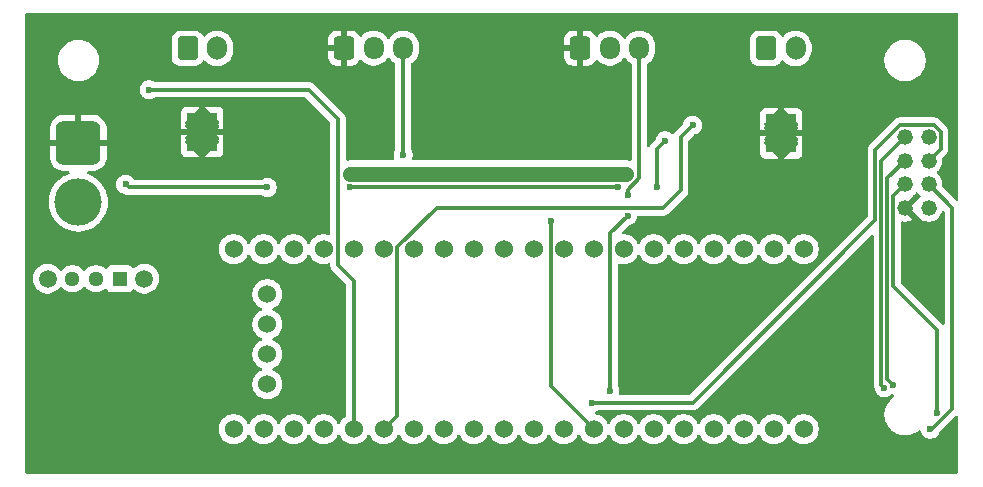
<source format=gbl>
G04 #@! TF.GenerationSoftware,KiCad,Pcbnew,9.0.2+dfsg-1*
G04 #@! TF.CreationDate,2025-08-18T21:53:10-04:00*
G04 #@! TF.ProjectId,Basic_Controller,42617369-635f-4436-9f6e-74726f6c6c65,rev?*
G04 #@! TF.SameCoordinates,Original*
G04 #@! TF.FileFunction,Copper,L2,Bot*
G04 #@! TF.FilePolarity,Positive*
%FSLAX46Y46*%
G04 Gerber Fmt 4.6, Leading zero omitted, Abs format (unit mm)*
G04 Created by KiCad (PCBNEW 9.0.2+dfsg-1) date 2025-08-18 21:53:10*
%MOMM*%
%LPD*%
G01*
G04 APERTURE LIST*
G04 Aperture macros list*
%AMRoundRect*
0 Rectangle with rounded corners*
0 $1 Rounding radius*
0 $2 $3 $4 $5 $6 $7 $8 $9 X,Y pos of 4 corners*
0 Add a 4 corners polygon primitive as box body*
4,1,4,$2,$3,$4,$5,$6,$7,$8,$9,$2,$3,0*
0 Add four circle primitives for the rounded corners*
1,1,$1+$1,$2,$3*
1,1,$1+$1,$4,$5*
1,1,$1+$1,$6,$7*
1,1,$1+$1,$8,$9*
0 Add four rect primitives between the rounded corners*
20,1,$1+$1,$2,$3,$4,$5,0*
20,1,$1+$1,$4,$5,$6,$7,0*
20,1,$1+$1,$6,$7,$8,$9,0*
20,1,$1+$1,$8,$9,$2,$3,0*%
G04 Aperture macros list end*
G04 #@! TA.AperFunction,ComponentPad*
%ADD10C,4.000000*%
G04 #@! TD*
G04 #@! TA.AperFunction,ComponentPad*
%ADD11RoundRect,0.760000X-1.140000X1.140000X-1.140000X-1.140000X1.140000X-1.140000X1.140000X1.140000X0*%
G04 #@! TD*
G04 #@! TA.AperFunction,ComponentPad*
%ADD12C,1.498600*%
G04 #@! TD*
G04 #@! TA.AperFunction,ComponentPad*
%ADD13C,1.295400*%
G04 #@! TD*
G04 #@! TA.AperFunction,ComponentPad*
%ADD14R,1.295400X1.295400*%
G04 #@! TD*
G04 #@! TA.AperFunction,ComponentPad*
%ADD15C,0.630000*%
G04 #@! TD*
G04 #@! TA.AperFunction,SMDPad,CuDef*
%ADD16R,2.600000X3.300000*%
G04 #@! TD*
G04 #@! TA.AperFunction,ComponentPad*
%ADD17C,1.524000*%
G04 #@! TD*
G04 #@! TA.AperFunction,ComponentPad*
%ADD18RoundRect,0.250000X-0.600000X-0.750000X0.600000X-0.750000X0.600000X0.750000X-0.600000X0.750000X0*%
G04 #@! TD*
G04 #@! TA.AperFunction,ComponentPad*
%ADD19O,1.700000X2.000000*%
G04 #@! TD*
G04 #@! TA.AperFunction,ComponentPad*
%ADD20RoundRect,0.250000X-0.600000X-0.725000X0.600000X-0.725000X0.600000X0.725000X-0.600000X0.725000X0*%
G04 #@! TD*
G04 #@! TA.AperFunction,ComponentPad*
%ADD21O,1.700000X1.950000*%
G04 #@! TD*
G04 #@! TA.AperFunction,ComponentPad*
%ADD22C,1.320800*%
G04 #@! TD*
G04 #@! TA.AperFunction,ViaPad*
%ADD23C,0.600000*%
G04 #@! TD*
G04 #@! TA.AperFunction,Conductor*
%ADD24C,0.300000*%
G04 #@! TD*
G04 #@! TA.AperFunction,Conductor*
%ADD25C,1.300000*%
G04 #@! TD*
G04 APERTURE END LIST*
D10*
X125000000Y-49500000D03*
D11*
X125000000Y-44500000D03*
D12*
X122400000Y-56000000D03*
X130600001Y-56000000D03*
D13*
X124499999Y-56000000D03*
X126500000Y-56000000D03*
D14*
X128500000Y-56000000D03*
D15*
X136137872Y-44877705D03*
X136137872Y-43577705D03*
X136137872Y-42277705D03*
D16*
X135487872Y-43577705D03*
D15*
X134837872Y-44877705D03*
X134837872Y-43577705D03*
X134837872Y-42277705D03*
D17*
X138160000Y-68740000D03*
X140700000Y-68740000D03*
X143240000Y-68740000D03*
X145780000Y-68740000D03*
X178800000Y-68740000D03*
X148320000Y-68740000D03*
X150860000Y-68740000D03*
X153400000Y-68740000D03*
X155940000Y-68740000D03*
X158480000Y-68740000D03*
X161020000Y-68740000D03*
X163560000Y-68740000D03*
X166100000Y-68740000D03*
X168640000Y-68740000D03*
X171180000Y-68740000D03*
X173720000Y-68740000D03*
X176260000Y-68740000D03*
X186420000Y-53500000D03*
X183880000Y-53500000D03*
X181340000Y-53500000D03*
X178800000Y-53500000D03*
X176260000Y-53500000D03*
X173720000Y-53500000D03*
X171180000Y-53500000D03*
X168640000Y-53500000D03*
X166100000Y-53500000D03*
X141000000Y-59850000D03*
X141000000Y-62390000D03*
X163560000Y-53500000D03*
X161020000Y-53500000D03*
X158480000Y-53500000D03*
X155940000Y-53500000D03*
X153400000Y-53500000D03*
X150860000Y-53500000D03*
X148320000Y-53500000D03*
X145780000Y-53500000D03*
X181340000Y-68740000D03*
X183880000Y-68740000D03*
X186420000Y-68740000D03*
X138160000Y-53500000D03*
X140700000Y-53500000D03*
X143240000Y-53500000D03*
X141000000Y-64930000D03*
X141000000Y-57310000D03*
D18*
X183229110Y-36500000D03*
D19*
X185729110Y-36500000D03*
D20*
X147500000Y-36475000D03*
D21*
X150000000Y-36475000D03*
X152500000Y-36475000D03*
D15*
X183857678Y-42389585D03*
X183857678Y-43689585D03*
X183857678Y-44989585D03*
D16*
X184507678Y-43689585D03*
D15*
X185157678Y-42389585D03*
X185157678Y-43689585D03*
X185157678Y-44989585D03*
D22*
X194998100Y-49999999D03*
X196998101Y-49999999D03*
X194998100Y-48000000D03*
X196998101Y-48000000D03*
X194998100Y-45999999D03*
X196998101Y-45999999D03*
X194998100Y-44000001D03*
X196998101Y-44000001D03*
D18*
X134250000Y-36500000D03*
D19*
X136750000Y-36500000D03*
D20*
X167500000Y-36475000D03*
D21*
X170000000Y-36475000D03*
X172500000Y-36475000D03*
D23*
X129000000Y-48000000D03*
X123000000Y-63000000D03*
X132000000Y-69500000D03*
X122000000Y-44500000D03*
X125000000Y-41500000D03*
X128000000Y-44500000D03*
X123200000Y-65700000D03*
X170000000Y-65500000D03*
X177000000Y-43000000D03*
X171500000Y-50650000D03*
X152500000Y-45500000D03*
X165000000Y-51150000D03*
X141000000Y-48274210D03*
X170725790Y-48274210D03*
X171500000Y-48924210D03*
X148000000Y-48274210D03*
X174000000Y-48274210D03*
X174675415Y-44324585D03*
X193232772Y-65226637D03*
X168500000Y-66500000D03*
X197695741Y-67368010D03*
X197137301Y-68750001D03*
X187382678Y-43054585D03*
X175000000Y-43000000D03*
X160787424Y-45701837D03*
X167500000Y-38500000D03*
X179000000Y-41500000D03*
X157700000Y-43650000D03*
X194000000Y-65000000D03*
X138362872Y-42942705D03*
X132612872Y-41672705D03*
X147500000Y-38500000D03*
X131000000Y-40000000D03*
X162345517Y-47166715D03*
X171379613Y-47123210D03*
X148000000Y-47124166D03*
D24*
X197137301Y-68750001D02*
X197193650Y-68693652D01*
X197193650Y-68693652D02*
X197306348Y-68693652D01*
X197306348Y-68693652D02*
X199000000Y-67000000D01*
X199000000Y-67000000D02*
X199000000Y-50001899D01*
X199000000Y-50001899D02*
X196998101Y-48000000D01*
X192986600Y-52013402D02*
X192984700Y-52011502D01*
X192984700Y-52011502D02*
X192984700Y-46013401D01*
X192984700Y-46013401D02*
X194998100Y-44000001D01*
X194000000Y-65000000D02*
X193487600Y-64487600D01*
X193487600Y-64487600D02*
X193487600Y-50628356D01*
X193487600Y-50628356D02*
X193485700Y-50626455D01*
X193485700Y-50626455D02*
X193485700Y-47512399D01*
X193485700Y-47512399D02*
X194998100Y-45999999D01*
X197695741Y-67368010D02*
X197695741Y-60344741D01*
X197695741Y-60344741D02*
X193988600Y-56637600D01*
X193986700Y-50418935D02*
X193986700Y-49011400D01*
X193988600Y-56637600D02*
X193988600Y-50420835D01*
X193988600Y-50420835D02*
X193986700Y-50418935D01*
X193986700Y-49011400D02*
X194998100Y-48000000D01*
X129000000Y-48000000D02*
X129274210Y-48274210D01*
X129274210Y-48274210D02*
X141000000Y-48274210D01*
X131000000Y-40000000D02*
X144500000Y-40000000D01*
X144500000Y-40000000D02*
X147000000Y-42500000D01*
X148320000Y-56180000D02*
X148320000Y-68740000D01*
X147000000Y-42500000D02*
X147000000Y-54860000D01*
X147000000Y-54860000D02*
X148320000Y-56180000D01*
X165000000Y-53974020D02*
X165000000Y-65100000D01*
X164987000Y-53961020D02*
X165000000Y-53974020D01*
X165000000Y-51150000D02*
X165000000Y-53025980D01*
X165000000Y-53025980D02*
X164987000Y-53038980D01*
X164987000Y-53038980D02*
X164987000Y-53961020D01*
X152500000Y-45500000D02*
X152500000Y-36475000D01*
X165000000Y-65100000D02*
X168640000Y-68740000D01*
X148000000Y-48274210D02*
X170725790Y-48274210D01*
X151973000Y-67627000D02*
X150860000Y-68740000D01*
X151973000Y-53352980D02*
X151973000Y-67627000D01*
X155325980Y-50000000D02*
X151973000Y-53352980D01*
X176000000Y-48500000D02*
X174500000Y-50000000D01*
X176000000Y-44000000D02*
X176000000Y-48500000D01*
X177000000Y-43000000D02*
X176000000Y-44000000D01*
X174500000Y-50000000D02*
X155325980Y-50000000D01*
X171500000Y-48500000D02*
X171500000Y-48924210D01*
X170000000Y-52150000D02*
X170000000Y-65500000D01*
X172500000Y-36475000D02*
X172500000Y-47500000D01*
X171500000Y-50650000D02*
X170000000Y-52150000D01*
X172500000Y-47500000D02*
X171500000Y-48500000D01*
X174000000Y-45000000D02*
X174675415Y-44324585D01*
X174000000Y-48274210D02*
X174000000Y-45000000D01*
X192986600Y-64980465D02*
X192986600Y-52013402D01*
X193232772Y-65226637D02*
X192986600Y-64980465D01*
X168500000Y-66500000D02*
X177000000Y-66500000D01*
D25*
X171379613Y-47123210D02*
X167500001Y-47123210D01*
X159315861Y-47123211D02*
X159314906Y-47124166D01*
X159314906Y-47124166D02*
X148000000Y-47124166D01*
X167500000Y-47123211D02*
X159315861Y-47123211D01*
X167500001Y-47123210D02*
X167500000Y-47123211D01*
D24*
X198009501Y-43581065D02*
X198009501Y-44988599D01*
X194579164Y-42988601D02*
X197417037Y-42988601D01*
X198009501Y-44988599D02*
X196998101Y-45999999D01*
X192483700Y-51016300D02*
X192483700Y-45084065D01*
X197417037Y-42988601D02*
X198009501Y-43581065D01*
X192483700Y-45084065D02*
X194579164Y-42988601D01*
X177000000Y-66500000D02*
X192483700Y-51016300D01*
G04 #@! TA.AperFunction,Conductor*
G36*
X199442539Y-33520185D02*
G01*
X199488294Y-33572989D01*
X199499500Y-33624500D01*
X199499500Y-49282091D01*
X199479815Y-49349130D01*
X199427011Y-49394885D01*
X199357853Y-49404829D01*
X199294297Y-49375804D01*
X199287819Y-49369772D01*
X198183224Y-48265177D01*
X198149739Y-48203854D01*
X198148432Y-48158097D01*
X198159001Y-48091369D01*
X198159001Y-47908629D01*
X198137279Y-47771486D01*
X198130416Y-47728155D01*
X198073949Y-47554369D01*
X197990992Y-47391556D01*
X197883586Y-47243724D01*
X197754377Y-47114515D01*
X197734834Y-47100316D01*
X197692169Y-47044988D01*
X197686190Y-46975374D01*
X197718795Y-46913579D01*
X197734831Y-46899684D01*
X197754377Y-46885484D01*
X197883586Y-46756275D01*
X197990992Y-46608443D01*
X198073949Y-46445630D01*
X198130416Y-46271844D01*
X198143120Y-46191630D01*
X198159001Y-46091369D01*
X198159001Y-45908631D01*
X198154336Y-45879179D01*
X198148431Y-45841899D01*
X198157385Y-45772608D01*
X198183218Y-45734826D01*
X198514778Y-45403268D01*
X198585967Y-45296725D01*
X198614690Y-45227378D01*
X198635002Y-45178343D01*
X198647698Y-45114517D01*
X198660001Y-45052670D01*
X198660001Y-43516993D01*
X198635003Y-43391326D01*
X198635002Y-43391325D01*
X198635002Y-43391321D01*
X198629970Y-43379172D01*
X198600542Y-43308126D01*
X198585970Y-43272946D01*
X198585969Y-43272945D01*
X198585967Y-43272939D01*
X198564946Y-43241479D01*
X198514779Y-43166397D01*
X198514773Y-43166390D01*
X197831710Y-42483327D01*
X197831703Y-42483322D01*
X197725164Y-42412136D01*
X197668973Y-42388861D01*
X197606781Y-42363100D01*
X197606775Y-42363098D01*
X197481108Y-42338101D01*
X197481106Y-42338101D01*
X194515095Y-42338101D01*
X194515093Y-42338101D01*
X194389425Y-42363098D01*
X194389415Y-42363101D01*
X194352938Y-42378211D01*
X194271045Y-42412131D01*
X194271027Y-42412141D01*
X194164496Y-42483322D01*
X194164489Y-42483328D01*
X191978422Y-44669396D01*
X191978418Y-44669401D01*
X191944148Y-44720693D01*
X191937754Y-44730263D01*
X191933430Y-44736735D01*
X191907235Y-44775937D01*
X191907233Y-44775940D01*
X191858199Y-44894320D01*
X191858197Y-44894326D01*
X191833200Y-45019993D01*
X191833200Y-50695492D01*
X191813515Y-50762531D01*
X191796881Y-50783173D01*
X176766873Y-65813181D01*
X176705550Y-65846666D01*
X176679192Y-65849500D01*
X170897757Y-65849500D01*
X170830718Y-65829815D01*
X170784963Y-65777011D01*
X170775019Y-65707853D01*
X170776140Y-65701308D01*
X170800500Y-65578844D01*
X170800500Y-65421155D01*
X170800499Y-65421153D01*
X170783688Y-65336641D01*
X170769737Y-65266503D01*
X170752810Y-65225637D01*
X170709397Y-65120828D01*
X170709396Y-65120827D01*
X170709394Y-65120821D01*
X170671396Y-65063953D01*
X170650520Y-64997276D01*
X170650500Y-64995064D01*
X170650500Y-54826097D01*
X170670185Y-54759058D01*
X170722989Y-54713303D01*
X170792147Y-54703359D01*
X170812810Y-54708163D01*
X170884364Y-54731413D01*
X171080639Y-54762500D01*
X171080640Y-54762500D01*
X171279360Y-54762500D01*
X171279361Y-54762500D01*
X171475636Y-54731413D01*
X171664632Y-54670005D01*
X171841694Y-54579787D01*
X172002464Y-54462981D01*
X172142981Y-54322464D01*
X172259787Y-54161694D01*
X172339515Y-54005218D01*
X172387490Y-53954423D01*
X172455311Y-53937628D01*
X172521446Y-53960165D01*
X172560484Y-54005218D01*
X172640213Y-54161694D01*
X172757019Y-54322464D01*
X172897536Y-54462981D01*
X173058306Y-54579787D01*
X173145149Y-54624035D01*
X173235367Y-54670005D01*
X173235370Y-54670006D01*
X173329866Y-54700709D01*
X173424364Y-54731413D01*
X173620639Y-54762500D01*
X173620640Y-54762500D01*
X173819360Y-54762500D01*
X173819361Y-54762500D01*
X174015636Y-54731413D01*
X174204632Y-54670005D01*
X174381694Y-54579787D01*
X174542464Y-54462981D01*
X174682981Y-54322464D01*
X174799787Y-54161694D01*
X174879515Y-54005218D01*
X174927490Y-53954423D01*
X174995311Y-53937628D01*
X175061446Y-53960165D01*
X175100484Y-54005218D01*
X175180213Y-54161694D01*
X175297019Y-54322464D01*
X175437536Y-54462981D01*
X175598306Y-54579787D01*
X175685149Y-54624035D01*
X175775367Y-54670005D01*
X175775370Y-54670006D01*
X175869866Y-54700709D01*
X175964364Y-54731413D01*
X176160639Y-54762500D01*
X176160640Y-54762500D01*
X176359360Y-54762500D01*
X176359361Y-54762500D01*
X176555636Y-54731413D01*
X176744632Y-54670005D01*
X176921694Y-54579787D01*
X177082464Y-54462981D01*
X177222981Y-54322464D01*
X177339787Y-54161694D01*
X177419515Y-54005218D01*
X177467490Y-53954423D01*
X177535311Y-53937628D01*
X177601446Y-53960165D01*
X177640484Y-54005218D01*
X177720213Y-54161694D01*
X177837019Y-54322464D01*
X177977536Y-54462981D01*
X178138306Y-54579787D01*
X178225149Y-54624035D01*
X178315367Y-54670005D01*
X178315370Y-54670006D01*
X178409866Y-54700709D01*
X178504364Y-54731413D01*
X178700639Y-54762500D01*
X178700640Y-54762500D01*
X178899360Y-54762500D01*
X178899361Y-54762500D01*
X179095636Y-54731413D01*
X179284632Y-54670005D01*
X179461694Y-54579787D01*
X179622464Y-54462981D01*
X179762981Y-54322464D01*
X179879787Y-54161694D01*
X179959515Y-54005218D01*
X180007490Y-53954423D01*
X180075311Y-53937628D01*
X180141446Y-53960165D01*
X180180484Y-54005218D01*
X180260213Y-54161694D01*
X180377019Y-54322464D01*
X180517536Y-54462981D01*
X180678306Y-54579787D01*
X180765149Y-54624035D01*
X180855367Y-54670005D01*
X180855370Y-54670006D01*
X180949866Y-54700709D01*
X181044364Y-54731413D01*
X181240639Y-54762500D01*
X181240640Y-54762500D01*
X181439360Y-54762500D01*
X181439361Y-54762500D01*
X181635636Y-54731413D01*
X181824632Y-54670005D01*
X182001694Y-54579787D01*
X182162464Y-54462981D01*
X182302981Y-54322464D01*
X182419787Y-54161694D01*
X182499515Y-54005218D01*
X182547490Y-53954423D01*
X182615311Y-53937628D01*
X182681446Y-53960165D01*
X182720484Y-54005218D01*
X182800213Y-54161694D01*
X182917019Y-54322464D01*
X183057536Y-54462981D01*
X183218306Y-54579787D01*
X183305149Y-54624035D01*
X183395367Y-54670005D01*
X183395370Y-54670006D01*
X183489866Y-54700709D01*
X183584364Y-54731413D01*
X183780639Y-54762500D01*
X183780640Y-54762500D01*
X183979360Y-54762500D01*
X183979361Y-54762500D01*
X184175636Y-54731413D01*
X184364632Y-54670005D01*
X184541694Y-54579787D01*
X184702464Y-54462981D01*
X184842981Y-54322464D01*
X184959787Y-54161694D01*
X185039515Y-54005218D01*
X185087490Y-53954423D01*
X185155311Y-53937628D01*
X185221446Y-53960165D01*
X185260484Y-54005218D01*
X185340213Y-54161694D01*
X185457019Y-54322464D01*
X185597536Y-54462981D01*
X185758306Y-54579787D01*
X185845149Y-54624035D01*
X185935367Y-54670005D01*
X185935370Y-54670006D01*
X186029866Y-54700709D01*
X186124364Y-54731413D01*
X186320639Y-54762500D01*
X186320640Y-54762500D01*
X186519360Y-54762500D01*
X186519361Y-54762500D01*
X186715636Y-54731413D01*
X186904632Y-54670005D01*
X187081694Y-54579787D01*
X187242464Y-54462981D01*
X187382981Y-54322464D01*
X187499787Y-54161694D01*
X187590005Y-53984632D01*
X187651413Y-53795636D01*
X187682500Y-53599361D01*
X187682500Y-53400639D01*
X187651413Y-53204364D01*
X187590005Y-53015368D01*
X187590005Y-53015367D01*
X187499786Y-52838305D01*
X187382981Y-52677536D01*
X187242464Y-52537019D01*
X187081694Y-52420213D01*
X187033736Y-52395777D01*
X186904632Y-52329994D01*
X186904629Y-52329993D01*
X186715637Y-52268587D01*
X186617498Y-52253043D01*
X186519361Y-52237500D01*
X186320639Y-52237500D01*
X186290832Y-52242221D01*
X186124362Y-52268587D01*
X185935370Y-52329993D01*
X185935367Y-52329994D01*
X185758305Y-52420213D01*
X185597533Y-52537021D01*
X185457021Y-52677533D01*
X185340213Y-52838305D01*
X185260485Y-52994780D01*
X185212510Y-53045576D01*
X185144689Y-53062371D01*
X185078554Y-53039833D01*
X185039515Y-52994780D01*
X184959786Y-52838305D01*
X184842981Y-52677536D01*
X184702464Y-52537019D01*
X184541694Y-52420213D01*
X184493736Y-52395777D01*
X184364632Y-52329994D01*
X184364629Y-52329993D01*
X184175637Y-52268587D01*
X184077498Y-52253043D01*
X183979361Y-52237500D01*
X183780639Y-52237500D01*
X183750832Y-52242221D01*
X183584362Y-52268587D01*
X183395370Y-52329993D01*
X183395367Y-52329994D01*
X183218305Y-52420213D01*
X183057533Y-52537021D01*
X182917021Y-52677533D01*
X182800213Y-52838305D01*
X182720485Y-52994780D01*
X182672510Y-53045576D01*
X182604689Y-53062371D01*
X182538554Y-53039833D01*
X182499515Y-52994780D01*
X182419786Y-52838305D01*
X182302981Y-52677536D01*
X182162464Y-52537019D01*
X182001694Y-52420213D01*
X181953736Y-52395777D01*
X181824632Y-52329994D01*
X181824629Y-52329993D01*
X181635637Y-52268587D01*
X181537498Y-52253043D01*
X181439361Y-52237500D01*
X181240639Y-52237500D01*
X181210832Y-52242221D01*
X181044362Y-52268587D01*
X180855370Y-52329993D01*
X180855367Y-52329994D01*
X180678305Y-52420213D01*
X180517533Y-52537021D01*
X180377021Y-52677533D01*
X180260213Y-52838305D01*
X180180485Y-52994780D01*
X180132510Y-53045576D01*
X180064689Y-53062371D01*
X179998554Y-53039833D01*
X179959515Y-52994780D01*
X179879786Y-52838305D01*
X179762981Y-52677536D01*
X179622464Y-52537019D01*
X179461694Y-52420213D01*
X179413736Y-52395777D01*
X179284632Y-52329994D01*
X179284629Y-52329993D01*
X179095637Y-52268587D01*
X178997498Y-52253043D01*
X178899361Y-52237500D01*
X178700639Y-52237500D01*
X178670832Y-52242221D01*
X178504362Y-52268587D01*
X178315370Y-52329993D01*
X178315367Y-52329994D01*
X178138305Y-52420213D01*
X177977533Y-52537021D01*
X177837021Y-52677533D01*
X177720213Y-52838305D01*
X177640485Y-52994780D01*
X177592510Y-53045576D01*
X177524689Y-53062371D01*
X177458554Y-53039833D01*
X177419515Y-52994780D01*
X177339786Y-52838305D01*
X177222981Y-52677536D01*
X177082464Y-52537019D01*
X176921694Y-52420213D01*
X176873736Y-52395777D01*
X176744632Y-52329994D01*
X176744629Y-52329993D01*
X176555637Y-52268587D01*
X176457498Y-52253043D01*
X176359361Y-52237500D01*
X176160639Y-52237500D01*
X176130832Y-52242221D01*
X175964362Y-52268587D01*
X175775370Y-52329993D01*
X175775367Y-52329994D01*
X175598305Y-52420213D01*
X175437533Y-52537021D01*
X175297021Y-52677533D01*
X175180213Y-52838305D01*
X175100485Y-52994780D01*
X175052510Y-53045576D01*
X174984689Y-53062371D01*
X174918554Y-53039833D01*
X174879515Y-52994780D01*
X174799786Y-52838305D01*
X174682981Y-52677536D01*
X174542464Y-52537019D01*
X174381694Y-52420213D01*
X174333736Y-52395777D01*
X174204632Y-52329994D01*
X174204629Y-52329993D01*
X174015637Y-52268587D01*
X173917498Y-52253043D01*
X173819361Y-52237500D01*
X173620639Y-52237500D01*
X173590832Y-52242221D01*
X173424362Y-52268587D01*
X173235370Y-52329993D01*
X173235367Y-52329994D01*
X173058305Y-52420213D01*
X172897533Y-52537021D01*
X172757021Y-52677533D01*
X172640213Y-52838305D01*
X172560485Y-52994780D01*
X172512510Y-53045576D01*
X172444689Y-53062371D01*
X172378554Y-53039833D01*
X172339515Y-52994780D01*
X172259786Y-52838305D01*
X172142981Y-52677536D01*
X172002464Y-52537019D01*
X171841694Y-52420213D01*
X171793736Y-52395777D01*
X171664632Y-52329994D01*
X171664629Y-52329993D01*
X171475637Y-52268587D01*
X171377498Y-52253043D01*
X171279361Y-52237500D01*
X171131807Y-52237500D01*
X171064768Y-52217815D01*
X171019013Y-52165011D01*
X171009069Y-52095853D01*
X171038094Y-52032297D01*
X171044126Y-52025819D01*
X171256146Y-51813799D01*
X171602931Y-51467013D01*
X171664252Y-51433530D01*
X171666317Y-51433099D01*
X171733497Y-51419737D01*
X171879179Y-51359394D01*
X172010289Y-51271789D01*
X172121789Y-51160289D01*
X172209394Y-51029179D01*
X172269737Y-50883497D01*
X172289693Y-50783173D01*
X172296231Y-50750308D01*
X172328616Y-50688397D01*
X172389332Y-50653823D01*
X172417848Y-50650500D01*
X174564071Y-50650500D01*
X174648615Y-50633682D01*
X174689744Y-50625501D01*
X174808127Y-50576465D01*
X174810307Y-50575008D01*
X174812516Y-50573533D01*
X174880616Y-50528029D01*
X174914669Y-50505277D01*
X176505276Y-48914670D01*
X176576465Y-48808127D01*
X176625501Y-48689744D01*
X176627480Y-48679792D01*
X176627481Y-48679792D01*
X176627481Y-48679788D01*
X176650500Y-48564069D01*
X176650500Y-45387429D01*
X182707678Y-45387429D01*
X182714079Y-45446957D01*
X182714081Y-45446964D01*
X182764323Y-45581671D01*
X182764327Y-45581678D01*
X182850487Y-45696772D01*
X182850490Y-45696775D01*
X182965584Y-45782935D01*
X182965591Y-45782939D01*
X183100298Y-45833181D01*
X183100305Y-45833183D01*
X183159833Y-45839584D01*
X183159850Y-45839585D01*
X184257678Y-45839585D01*
X184257678Y-45743139D01*
X184257677Y-45743138D01*
X184757678Y-45743138D01*
X184757678Y-45839585D01*
X185855506Y-45839585D01*
X185855522Y-45839584D01*
X185915050Y-45833183D01*
X185915057Y-45833181D01*
X186049764Y-45782939D01*
X186049771Y-45782935D01*
X186164865Y-45696775D01*
X186164868Y-45696772D01*
X186251028Y-45581678D01*
X186251032Y-45581671D01*
X186301274Y-45446964D01*
X186301276Y-45446957D01*
X186307677Y-45387429D01*
X186307678Y-45387412D01*
X186307678Y-43939585D01*
X185761231Y-43939585D01*
X185914989Y-44093343D01*
X185948474Y-44154666D01*
X185943490Y-44224358D01*
X185914990Y-44268705D01*
X185844110Y-44339585D01*
X185914990Y-44410465D01*
X185948475Y-44471788D01*
X185943491Y-44541480D01*
X185914990Y-44585827D01*
X184757678Y-45743138D01*
X184257677Y-45743138D01*
X183471303Y-44956764D01*
X183692678Y-44956764D01*
X183692678Y-45022406D01*
X183717797Y-45083050D01*
X183764213Y-45129466D01*
X183824857Y-45154585D01*
X183890499Y-45154585D01*
X183951143Y-45129466D01*
X183997559Y-45083050D01*
X184022678Y-45022406D01*
X184022678Y-44989585D01*
X184211232Y-44989585D01*
X184257678Y-45036030D01*
X184257678Y-45036029D01*
X184757678Y-45036029D01*
X184804123Y-44989585D01*
X184771302Y-44956764D01*
X184992678Y-44956764D01*
X184992678Y-45022406D01*
X185017797Y-45083050D01*
X185064213Y-45129466D01*
X185124857Y-45154585D01*
X185190499Y-45154585D01*
X185251143Y-45129466D01*
X185297559Y-45083050D01*
X185322678Y-45022406D01*
X185322678Y-44956764D01*
X185297559Y-44896120D01*
X185251143Y-44849704D01*
X185190499Y-44824585D01*
X185124857Y-44824585D01*
X185064213Y-44849704D01*
X185017797Y-44896120D01*
X184992678Y-44956764D01*
X184771302Y-44956764D01*
X184757678Y-44943140D01*
X184757678Y-45036029D01*
X184257678Y-45036029D01*
X184257678Y-44943139D01*
X184211232Y-44989585D01*
X184022678Y-44989585D01*
X184022678Y-44956764D01*
X183997559Y-44896120D01*
X183951143Y-44849704D01*
X183890499Y-44824585D01*
X183824857Y-44824585D01*
X183764213Y-44849704D01*
X183717797Y-44896120D01*
X183692678Y-44956764D01*
X183471303Y-44956764D01*
X183100366Y-44585827D01*
X183066881Y-44524504D01*
X183071865Y-44454812D01*
X183077613Y-44441752D01*
X183129785Y-44339585D01*
X183561232Y-44339585D01*
X183857678Y-44636031D01*
X184154124Y-44339585D01*
X184861232Y-44339585D01*
X185157678Y-44636031D01*
X185454124Y-44339585D01*
X185157678Y-44043139D01*
X184861232Y-44339585D01*
X184154124Y-44339585D01*
X183857678Y-44043139D01*
X183561232Y-44339585D01*
X183129785Y-44339585D01*
X183143800Y-44312139D01*
X183100366Y-44268705D01*
X183066881Y-44207382D01*
X183071865Y-44137690D01*
X183100366Y-44093343D01*
X183254124Y-43939585D01*
X182707678Y-43939585D01*
X182707678Y-45387429D01*
X176650500Y-45387429D01*
X176650500Y-44320807D01*
X176670185Y-44253768D01*
X176686815Y-44233130D01*
X177102931Y-43817013D01*
X177119096Y-43808186D01*
X177132250Y-43795288D01*
X177162542Y-43784463D01*
X177164252Y-43783530D01*
X177165438Y-43783278D01*
X177165876Y-43783186D01*
X177233497Y-43769737D01*
X177379179Y-43709394D01*
X177457945Y-43656764D01*
X183692678Y-43656764D01*
X183692678Y-43722406D01*
X183717797Y-43783050D01*
X183764213Y-43829466D01*
X183824857Y-43854585D01*
X183890499Y-43854585D01*
X183951143Y-43829466D01*
X183997559Y-43783050D01*
X184022678Y-43722406D01*
X184022678Y-43656764D01*
X184992678Y-43656764D01*
X184992678Y-43722406D01*
X185017797Y-43783050D01*
X185064213Y-43829466D01*
X185124857Y-43854585D01*
X185190499Y-43854585D01*
X185251143Y-43829466D01*
X185297559Y-43783050D01*
X185322678Y-43722406D01*
X185322678Y-43656764D01*
X185297559Y-43596120D01*
X185251143Y-43549704D01*
X185190499Y-43524585D01*
X185124857Y-43524585D01*
X185064213Y-43549704D01*
X185017797Y-43596120D01*
X184992678Y-43656764D01*
X184022678Y-43656764D01*
X183997559Y-43596120D01*
X183951143Y-43549704D01*
X183890499Y-43524585D01*
X183824857Y-43524585D01*
X183764213Y-43549704D01*
X183717797Y-43596120D01*
X183692678Y-43656764D01*
X177457945Y-43656764D01*
X177510289Y-43621789D01*
X177621789Y-43510289D01*
X177709394Y-43379179D01*
X177769737Y-43233497D01*
X177800500Y-43078842D01*
X177800500Y-42921158D01*
X177800500Y-42921155D01*
X177800499Y-42921153D01*
X177769738Y-42766510D01*
X177769738Y-42766508D01*
X177769737Y-42766503D01*
X177769735Y-42766498D01*
X177709397Y-42620827D01*
X177709390Y-42620814D01*
X177621789Y-42489711D01*
X177621786Y-42489707D01*
X177510292Y-42378213D01*
X177510288Y-42378210D01*
X177379185Y-42290609D01*
X177379172Y-42290602D01*
X177233501Y-42230264D01*
X177233489Y-42230261D01*
X177078845Y-42199500D01*
X177078842Y-42199500D01*
X176921158Y-42199500D01*
X176921155Y-42199500D01*
X176766510Y-42230261D01*
X176766498Y-42230264D01*
X176620827Y-42290602D01*
X176620814Y-42290609D01*
X176489711Y-42378210D01*
X176489707Y-42378213D01*
X176378213Y-42489707D01*
X176378210Y-42489711D01*
X176290609Y-42620814D01*
X176290602Y-42620827D01*
X176230264Y-42766498D01*
X176230261Y-42766508D01*
X176216920Y-42833579D01*
X176184535Y-42895490D01*
X176182984Y-42897068D01*
X175494725Y-43585328D01*
X175494724Y-43585329D01*
X175471202Y-43620534D01*
X175437369Y-43671170D01*
X175435421Y-43674085D01*
X175423533Y-43691876D01*
X175421691Y-43696323D01*
X175377846Y-43750723D01*
X175311550Y-43772783D01*
X175243852Y-43755499D01*
X175219452Y-43736543D01*
X175185707Y-43702798D01*
X175185703Y-43702795D01*
X175054600Y-43615194D01*
X175054587Y-43615187D01*
X174908916Y-43554849D01*
X174908904Y-43554846D01*
X174754260Y-43524085D01*
X174754257Y-43524085D01*
X174596573Y-43524085D01*
X174596570Y-43524085D01*
X174441925Y-43554846D01*
X174441913Y-43554849D01*
X174296242Y-43615187D01*
X174296229Y-43615194D01*
X174165126Y-43702795D01*
X174165122Y-43702798D01*
X174053628Y-43814292D01*
X174053625Y-43814296D01*
X173966024Y-43945399D01*
X173966017Y-43945412D01*
X173905679Y-44091083D01*
X173905676Y-44091093D01*
X173892335Y-44158164D01*
X173859950Y-44220075D01*
X173858399Y-44221653D01*
X173494725Y-44585328D01*
X173494724Y-44585329D01*
X173479279Y-44608445D01*
X173431153Y-44680472D01*
X173423535Y-44691873D01*
X173423533Y-44691876D01*
X173389061Y-44775100D01*
X173345220Y-44829503D01*
X173278926Y-44851568D01*
X173211226Y-44834289D01*
X173163616Y-44783151D01*
X173150500Y-44727647D01*
X173150500Y-41991740D01*
X182707678Y-41991740D01*
X182707678Y-43439585D01*
X183254124Y-43439585D01*
X183254124Y-43439584D01*
X183100366Y-43285826D01*
X183066881Y-43224503D01*
X183071865Y-43154811D01*
X183077613Y-43141751D01*
X183129785Y-43039585D01*
X183561232Y-43039585D01*
X183857678Y-43336031D01*
X184154124Y-43039585D01*
X184861232Y-43039585D01*
X185157678Y-43336031D01*
X185454124Y-43039585D01*
X185157678Y-42743139D01*
X184861232Y-43039585D01*
X184154124Y-43039585D01*
X183857678Y-42743139D01*
X183561232Y-43039585D01*
X183129785Y-43039585D01*
X183143800Y-43012139D01*
X183100366Y-42968705D01*
X183066881Y-42907382D01*
X183071865Y-42837690D01*
X183100366Y-42793343D01*
X183536945Y-42356764D01*
X183692678Y-42356764D01*
X183692678Y-42422406D01*
X183717797Y-42483050D01*
X183764213Y-42529466D01*
X183824857Y-42554585D01*
X183890499Y-42554585D01*
X183951143Y-42529466D01*
X183997559Y-42483050D01*
X184022678Y-42422406D01*
X184022678Y-42389585D01*
X184211232Y-42389585D01*
X184257678Y-42436030D01*
X184257678Y-42436029D01*
X184757678Y-42436029D01*
X184804123Y-42389585D01*
X184771302Y-42356764D01*
X184992678Y-42356764D01*
X184992678Y-42422406D01*
X185017797Y-42483050D01*
X185064213Y-42529466D01*
X185124857Y-42554585D01*
X185190499Y-42554585D01*
X185251143Y-42529466D01*
X185297559Y-42483050D01*
X185322678Y-42422406D01*
X185322678Y-42356764D01*
X185297559Y-42296120D01*
X185251143Y-42249704D01*
X185190499Y-42224585D01*
X185124857Y-42224585D01*
X185064213Y-42249704D01*
X185017797Y-42296120D01*
X184992678Y-42356764D01*
X184771302Y-42356764D01*
X184757678Y-42343140D01*
X184757678Y-42436029D01*
X184257678Y-42436029D01*
X184257678Y-42343139D01*
X184211232Y-42389585D01*
X184022678Y-42389585D01*
X184022678Y-42356764D01*
X183997559Y-42296120D01*
X183951143Y-42249704D01*
X183890499Y-42224585D01*
X183824857Y-42224585D01*
X183764213Y-42249704D01*
X183717797Y-42296120D01*
X183692678Y-42356764D01*
X183536945Y-42356764D01*
X183643167Y-42250542D01*
X184257677Y-41636031D01*
X184757678Y-41636031D01*
X185914990Y-42793343D01*
X185948475Y-42854666D01*
X185943491Y-42924358D01*
X185914990Y-42968705D01*
X185844110Y-43039585D01*
X185914989Y-43110464D01*
X185948474Y-43171787D01*
X185943490Y-43241479D01*
X185914989Y-43285826D01*
X185761231Y-43439583D01*
X185761232Y-43439585D01*
X186307678Y-43439585D01*
X186307678Y-41991757D01*
X186307677Y-41991740D01*
X186301276Y-41932212D01*
X186301274Y-41932205D01*
X186251032Y-41797498D01*
X186251028Y-41797491D01*
X186164868Y-41682397D01*
X186164865Y-41682394D01*
X186049771Y-41596234D01*
X186049764Y-41596230D01*
X185915057Y-41545988D01*
X185915050Y-41545986D01*
X185855522Y-41539585D01*
X184757678Y-41539585D01*
X184757678Y-41636031D01*
X184257677Y-41636031D01*
X184257678Y-41636030D01*
X184257678Y-41539585D01*
X183159833Y-41539585D01*
X183100305Y-41545986D01*
X183100298Y-41545988D01*
X182965591Y-41596230D01*
X182965584Y-41596234D01*
X182850490Y-41682394D01*
X182850487Y-41682397D01*
X182764327Y-41797491D01*
X182764323Y-41797498D01*
X182714081Y-41932205D01*
X182714079Y-41932212D01*
X182707678Y-41991740D01*
X173150500Y-41991740D01*
X173150500Y-37859617D01*
X173170185Y-37792578D01*
X173204592Y-37758902D01*
X173203874Y-37757914D01*
X173207811Y-37755053D01*
X173207816Y-37755051D01*
X173379792Y-37630104D01*
X173530104Y-37479792D01*
X173530106Y-37479788D01*
X173530109Y-37479786D01*
X173655048Y-37307820D01*
X173655047Y-37307820D01*
X173655051Y-37307816D01*
X173751557Y-37118412D01*
X173817246Y-36916243D01*
X173850500Y-36706287D01*
X173850500Y-36243713D01*
X173817246Y-36033757D01*
X173751557Y-35831588D01*
X173684501Y-35699983D01*
X181878610Y-35699983D01*
X181878610Y-37300001D01*
X181878611Y-37300018D01*
X181889110Y-37402796D01*
X181889111Y-37402799D01*
X181935004Y-37541294D01*
X181944296Y-37569334D01*
X182036398Y-37718656D01*
X182160454Y-37842712D01*
X182309776Y-37934814D01*
X182476313Y-37989999D01*
X182579101Y-38000500D01*
X183879118Y-38000499D01*
X183981907Y-37989999D01*
X184148444Y-37934814D01*
X184297766Y-37842712D01*
X184421822Y-37718656D01*
X184513924Y-37569334D01*
X184513924Y-37569331D01*
X184517288Y-37563879D01*
X184569236Y-37517154D01*
X184638198Y-37505931D01*
X184702280Y-37533774D01*
X184710508Y-37541294D01*
X184849323Y-37680109D01*
X185021289Y-37805048D01*
X185021291Y-37805049D01*
X185021294Y-37805051D01*
X185210698Y-37901557D01*
X185412867Y-37967246D01*
X185622823Y-38000500D01*
X185622824Y-38000500D01*
X185835396Y-38000500D01*
X185835397Y-38000500D01*
X186045353Y-37967246D01*
X186247522Y-37901557D01*
X186436926Y-37805051D01*
X186505750Y-37755048D01*
X186608896Y-37680109D01*
X186608898Y-37680106D01*
X186608902Y-37680104D01*
X186759214Y-37529792D01*
X186759216Y-37529788D01*
X186759219Y-37529786D01*
X186864213Y-37385272D01*
X186864223Y-37385258D01*
X193249500Y-37385258D01*
X193249500Y-37614741D01*
X193263182Y-37718657D01*
X193279452Y-37842238D01*
X193321858Y-38000500D01*
X193338842Y-38063887D01*
X193426650Y-38275876D01*
X193426657Y-38275890D01*
X193541392Y-38474617D01*
X193681081Y-38656661D01*
X193681089Y-38656670D01*
X193843330Y-38818911D01*
X193843338Y-38818918D01*
X194025382Y-38958607D01*
X194025385Y-38958608D01*
X194025388Y-38958611D01*
X194224112Y-39073344D01*
X194224117Y-39073346D01*
X194224123Y-39073349D01*
X194315480Y-39111190D01*
X194436113Y-39161158D01*
X194657762Y-39220548D01*
X194885266Y-39250500D01*
X194885273Y-39250500D01*
X195114727Y-39250500D01*
X195114734Y-39250500D01*
X195342238Y-39220548D01*
X195563887Y-39161158D01*
X195775888Y-39073344D01*
X195974612Y-38958611D01*
X196156661Y-38818919D01*
X196156665Y-38818914D01*
X196156670Y-38818911D01*
X196318911Y-38656670D01*
X196318914Y-38656665D01*
X196318919Y-38656661D01*
X196458611Y-38474612D01*
X196573344Y-38275888D01*
X196661158Y-38063887D01*
X196720548Y-37842238D01*
X196750500Y-37614734D01*
X196750500Y-37385266D01*
X196720548Y-37157762D01*
X196661158Y-36936113D01*
X196590967Y-36766657D01*
X196573349Y-36724123D01*
X196573346Y-36724117D01*
X196573344Y-36724112D01*
X196458611Y-36525388D01*
X196458608Y-36525385D01*
X196458607Y-36525382D01*
X196318918Y-36343338D01*
X196318911Y-36343330D01*
X196156670Y-36181089D01*
X196156661Y-36181081D01*
X195974617Y-36041392D01*
X195958990Y-36032370D01*
X195775888Y-35926656D01*
X195775876Y-35926650D01*
X195563887Y-35838842D01*
X195480911Y-35816609D01*
X195342238Y-35779452D01*
X195304215Y-35774446D01*
X195114741Y-35749500D01*
X195114734Y-35749500D01*
X194885266Y-35749500D01*
X194885258Y-35749500D01*
X194668715Y-35778009D01*
X194657762Y-35779452D01*
X194564076Y-35804554D01*
X194436112Y-35838842D01*
X194224123Y-35926650D01*
X194224109Y-35926657D01*
X194025382Y-36041392D01*
X193843338Y-36181081D01*
X193681081Y-36343338D01*
X193541392Y-36525382D01*
X193426657Y-36724109D01*
X193426650Y-36724123D01*
X193338842Y-36936112D01*
X193279453Y-37157759D01*
X193279451Y-37157770D01*
X193249500Y-37385258D01*
X186864223Y-37385258D01*
X186884161Y-37357816D01*
X186980667Y-37168412D01*
X187046356Y-36966243D01*
X187079610Y-36756287D01*
X187079610Y-36243713D01*
X187046356Y-36033757D01*
X186980667Y-35831588D01*
X186884161Y-35642184D01*
X186884159Y-35642181D01*
X186884158Y-35642179D01*
X186759219Y-35470213D01*
X186608896Y-35319890D01*
X186436930Y-35194951D01*
X186247524Y-35098444D01*
X186247523Y-35098443D01*
X186247522Y-35098443D01*
X186045353Y-35032754D01*
X186045351Y-35032753D01*
X186045350Y-35032753D01*
X185884067Y-35007208D01*
X185835397Y-34999500D01*
X185622823Y-34999500D01*
X185574152Y-35007208D01*
X185412870Y-35032753D01*
X185210695Y-35098444D01*
X185021289Y-35194951D01*
X184849325Y-35319889D01*
X184710508Y-35458706D01*
X184649185Y-35492190D01*
X184579493Y-35487206D01*
X184523560Y-35445334D01*
X184517288Y-35436120D01*
X184421822Y-35281344D01*
X184297767Y-35157289D01*
X184297766Y-35157288D01*
X184148444Y-35065186D01*
X183981907Y-35010001D01*
X183981905Y-35010000D01*
X183879120Y-34999500D01*
X182579108Y-34999500D01*
X182579091Y-34999501D01*
X182476313Y-35010000D01*
X182476310Y-35010001D01*
X182309778Y-35065185D01*
X182309773Y-35065187D01*
X182160452Y-35157289D01*
X182036399Y-35281342D01*
X181944297Y-35430663D01*
X181944295Y-35430668D01*
X181942368Y-35436484D01*
X181889111Y-35597203D01*
X181889111Y-35597204D01*
X181889110Y-35597204D01*
X181878610Y-35699983D01*
X173684501Y-35699983D01*
X173655051Y-35642184D01*
X173655049Y-35642181D01*
X173655048Y-35642179D01*
X173530109Y-35470213D01*
X173379786Y-35319890D01*
X173207820Y-35194951D01*
X173018414Y-35098444D01*
X173018413Y-35098443D01*
X173018412Y-35098443D01*
X172816243Y-35032754D01*
X172816241Y-35032753D01*
X172816240Y-35032753D01*
X172654957Y-35007208D01*
X172606287Y-34999500D01*
X172393713Y-34999500D01*
X172345042Y-35007208D01*
X172183760Y-35032753D01*
X171981585Y-35098444D01*
X171792179Y-35194951D01*
X171620213Y-35319890D01*
X171469894Y-35470209D01*
X171469890Y-35470214D01*
X171350318Y-35634793D01*
X171294989Y-35677459D01*
X171225375Y-35683438D01*
X171163580Y-35650833D01*
X171149682Y-35634793D01*
X171030109Y-35470214D01*
X171030105Y-35470209D01*
X170879786Y-35319890D01*
X170707820Y-35194951D01*
X170518414Y-35098444D01*
X170518413Y-35098443D01*
X170518412Y-35098443D01*
X170316243Y-35032754D01*
X170316241Y-35032753D01*
X170316240Y-35032753D01*
X170154957Y-35007208D01*
X170106287Y-34999500D01*
X169893713Y-34999500D01*
X169845042Y-35007208D01*
X169683760Y-35032753D01*
X169481585Y-35098444D01*
X169292179Y-35194951D01*
X169120215Y-35319889D01*
X168981035Y-35459069D01*
X168919712Y-35492553D01*
X168850020Y-35487569D01*
X168794087Y-35445697D01*
X168787815Y-35436484D01*
X168692315Y-35281654D01*
X168568345Y-35157684D01*
X168419124Y-35065643D01*
X168419119Y-35065641D01*
X168252697Y-35010494D01*
X168252690Y-35010493D01*
X168149986Y-35000000D01*
X167750000Y-35000000D01*
X167750000Y-36070854D01*
X167683343Y-36032370D01*
X167562535Y-36000000D01*
X167437465Y-36000000D01*
X167316657Y-36032370D01*
X167250000Y-36070854D01*
X167250000Y-35000000D01*
X166850028Y-35000000D01*
X166850012Y-35000001D01*
X166747302Y-35010494D01*
X166580880Y-35065641D01*
X166580875Y-35065643D01*
X166431654Y-35157684D01*
X166307684Y-35281654D01*
X166215643Y-35430875D01*
X166215641Y-35430880D01*
X166160494Y-35597302D01*
X166160493Y-35597309D01*
X166150000Y-35700013D01*
X166150000Y-36225000D01*
X167095854Y-36225000D01*
X167057370Y-36291657D01*
X167025000Y-36412465D01*
X167025000Y-36537535D01*
X167057370Y-36658343D01*
X167095854Y-36725000D01*
X166150001Y-36725000D01*
X166150001Y-37249986D01*
X166160494Y-37352697D01*
X166215641Y-37519119D01*
X166215643Y-37519124D01*
X166307684Y-37668345D01*
X166431654Y-37792315D01*
X166580875Y-37884356D01*
X166580880Y-37884358D01*
X166747302Y-37939505D01*
X166747309Y-37939506D01*
X166850019Y-37949999D01*
X167249999Y-37949999D01*
X167250000Y-37949998D01*
X167250000Y-36879145D01*
X167316657Y-36917630D01*
X167437465Y-36950000D01*
X167562535Y-36950000D01*
X167683343Y-36917630D01*
X167750000Y-36879145D01*
X167750000Y-37949999D01*
X168149972Y-37949999D01*
X168149986Y-37949998D01*
X168252697Y-37939505D01*
X168419119Y-37884358D01*
X168419124Y-37884356D01*
X168568345Y-37792315D01*
X168692317Y-37668343D01*
X168787815Y-37513516D01*
X168839763Y-37466791D01*
X168908725Y-37455568D01*
X168972808Y-37483412D01*
X168981035Y-37490931D01*
X169120213Y-37630109D01*
X169292179Y-37755048D01*
X169292181Y-37755049D01*
X169292184Y-37755051D01*
X169481588Y-37851557D01*
X169683757Y-37917246D01*
X169893713Y-37950500D01*
X169893714Y-37950500D01*
X170106286Y-37950500D01*
X170106287Y-37950500D01*
X170316243Y-37917246D01*
X170518412Y-37851557D01*
X170707816Y-37755051D01*
X170729789Y-37739086D01*
X170879786Y-37630109D01*
X170879788Y-37630106D01*
X170879792Y-37630104D01*
X171030104Y-37479792D01*
X171149683Y-37315204D01*
X171205011Y-37272540D01*
X171274624Y-37266561D01*
X171336420Y-37299166D01*
X171350313Y-37315199D01*
X171469896Y-37479792D01*
X171620208Y-37630104D01*
X171792184Y-37755051D01*
X171792188Y-37755053D01*
X171796126Y-37757914D01*
X171795146Y-37759262D01*
X171837160Y-37805690D01*
X171849500Y-37859617D01*
X171849500Y-45895506D01*
X171829815Y-45962545D01*
X171777011Y-46008300D01*
X171707853Y-46018244D01*
X171687183Y-46013438D01*
X171649019Y-46001038D01*
X171470164Y-45972710D01*
X171470159Y-45972710D01*
X167590553Y-45972710D01*
X167590547Y-45972709D01*
X167409454Y-45972709D01*
X167409441Y-45972710D01*
X167404695Y-45972711D01*
X167404694Y-45972710D01*
X167404694Y-45972711D01*
X159411543Y-45972711D01*
X159411519Y-45972710D01*
X159406408Y-45972710D01*
X159225315Y-45972710D01*
X159225308Y-45972710D01*
X159220451Y-45973092D01*
X159220428Y-45972807D01*
X159209517Y-45973666D01*
X153355835Y-45973666D01*
X153288796Y-45953981D01*
X153243041Y-45901177D01*
X153233097Y-45832019D01*
X153241274Y-45802214D01*
X153265743Y-45743139D01*
X153269737Y-45733497D01*
X153300500Y-45578842D01*
X153300500Y-45421158D01*
X153300500Y-45421155D01*
X153300499Y-45421153D01*
X153296941Y-45403266D01*
X153269737Y-45266503D01*
X153265537Y-45256364D01*
X153209397Y-45120828D01*
X153209396Y-45120827D01*
X153209394Y-45120821D01*
X153171396Y-45063953D01*
X153150520Y-44997276D01*
X153150500Y-44995064D01*
X153150500Y-37859617D01*
X153170185Y-37792578D01*
X153204592Y-37758902D01*
X153203874Y-37757914D01*
X153207811Y-37755053D01*
X153207816Y-37755051D01*
X153379792Y-37630104D01*
X153530104Y-37479792D01*
X153530106Y-37479788D01*
X153530109Y-37479786D01*
X153655048Y-37307820D01*
X153655047Y-37307820D01*
X153655051Y-37307816D01*
X153751557Y-37118412D01*
X153817246Y-36916243D01*
X153850500Y-36706287D01*
X153850500Y-36243713D01*
X153817246Y-36033757D01*
X153751557Y-35831588D01*
X153743925Y-35816609D01*
X153711597Y-35753160D01*
X153711596Y-35753159D01*
X153673024Y-35677459D01*
X153655051Y-35642184D01*
X153622443Y-35597302D01*
X153530109Y-35470213D01*
X153379786Y-35319890D01*
X153207820Y-35194951D01*
X153018414Y-35098444D01*
X153018413Y-35098443D01*
X153018412Y-35098443D01*
X152816243Y-35032754D01*
X152816241Y-35032753D01*
X152816240Y-35032753D01*
X152654957Y-35007208D01*
X152606287Y-34999500D01*
X152393713Y-34999500D01*
X152345042Y-35007208D01*
X152183760Y-35032753D01*
X151981585Y-35098444D01*
X151792179Y-35194951D01*
X151620213Y-35319890D01*
X151469894Y-35470209D01*
X151469890Y-35470214D01*
X151350318Y-35634793D01*
X151294989Y-35677459D01*
X151225375Y-35683438D01*
X151163580Y-35650833D01*
X151149682Y-35634793D01*
X151030109Y-35470214D01*
X151030105Y-35470209D01*
X150879786Y-35319890D01*
X150707820Y-35194951D01*
X150518414Y-35098444D01*
X150518413Y-35098443D01*
X150518412Y-35098443D01*
X150316243Y-35032754D01*
X150316241Y-35032753D01*
X150316240Y-35032753D01*
X150154957Y-35007208D01*
X150106287Y-34999500D01*
X149893713Y-34999500D01*
X149845042Y-35007208D01*
X149683760Y-35032753D01*
X149481585Y-35098444D01*
X149292179Y-35194951D01*
X149120215Y-35319889D01*
X148981035Y-35459069D01*
X148919712Y-35492553D01*
X148850020Y-35487569D01*
X148794087Y-35445697D01*
X148787815Y-35436484D01*
X148692315Y-35281654D01*
X148568345Y-35157684D01*
X148419124Y-35065643D01*
X148419119Y-35065641D01*
X148252697Y-35010494D01*
X148252690Y-35010493D01*
X148149986Y-35000000D01*
X147750000Y-35000000D01*
X147750000Y-36070854D01*
X147683343Y-36032370D01*
X147562535Y-36000000D01*
X147437465Y-36000000D01*
X147316657Y-36032370D01*
X147250000Y-36070854D01*
X147250000Y-35000000D01*
X146850028Y-35000000D01*
X146850012Y-35000001D01*
X146747302Y-35010494D01*
X146580880Y-35065641D01*
X146580875Y-35065643D01*
X146431654Y-35157684D01*
X146307684Y-35281654D01*
X146215643Y-35430875D01*
X146215641Y-35430880D01*
X146160494Y-35597302D01*
X146160493Y-35597309D01*
X146150000Y-35700013D01*
X146150000Y-36225000D01*
X147095854Y-36225000D01*
X147057370Y-36291657D01*
X147025000Y-36412465D01*
X147025000Y-36537535D01*
X147057370Y-36658343D01*
X147095854Y-36725000D01*
X146150001Y-36725000D01*
X146150001Y-37249986D01*
X146160494Y-37352697D01*
X146215641Y-37519119D01*
X146215643Y-37519124D01*
X146307684Y-37668345D01*
X146431654Y-37792315D01*
X146580875Y-37884356D01*
X146580880Y-37884358D01*
X146747302Y-37939505D01*
X146747309Y-37939506D01*
X146850019Y-37949999D01*
X147249999Y-37949999D01*
X147250000Y-37949998D01*
X147250000Y-36879145D01*
X147316657Y-36917630D01*
X147437465Y-36950000D01*
X147562535Y-36950000D01*
X147683343Y-36917630D01*
X147750000Y-36879145D01*
X147750000Y-37949999D01*
X148149972Y-37949999D01*
X148149986Y-37949998D01*
X148252697Y-37939505D01*
X148419119Y-37884358D01*
X148419124Y-37884356D01*
X148568345Y-37792315D01*
X148692317Y-37668343D01*
X148787815Y-37513516D01*
X148839763Y-37466791D01*
X148908725Y-37455568D01*
X148972808Y-37483412D01*
X148981035Y-37490931D01*
X149120213Y-37630109D01*
X149292179Y-37755048D01*
X149292181Y-37755049D01*
X149292184Y-37755051D01*
X149481588Y-37851557D01*
X149683757Y-37917246D01*
X149893713Y-37950500D01*
X149893714Y-37950500D01*
X150106286Y-37950500D01*
X150106287Y-37950500D01*
X150316243Y-37917246D01*
X150518412Y-37851557D01*
X150707816Y-37755051D01*
X150729789Y-37739086D01*
X150879786Y-37630109D01*
X150879788Y-37630106D01*
X150879792Y-37630104D01*
X151030104Y-37479792D01*
X151149683Y-37315204D01*
X151205011Y-37272540D01*
X151274624Y-37266561D01*
X151336420Y-37299166D01*
X151350313Y-37315199D01*
X151469896Y-37479792D01*
X151620208Y-37630104D01*
X151792184Y-37755051D01*
X151792188Y-37755053D01*
X151796126Y-37757914D01*
X151795146Y-37759262D01*
X151837160Y-37805690D01*
X151849500Y-37859617D01*
X151849500Y-44995064D01*
X151829815Y-45062103D01*
X151828603Y-45063954D01*
X151790608Y-45120817D01*
X151790602Y-45120828D01*
X151730264Y-45266498D01*
X151730261Y-45266510D01*
X151699500Y-45421153D01*
X151699500Y-45578846D01*
X151730261Y-45733489D01*
X151730264Y-45733501D01*
X151758726Y-45802214D01*
X151766195Y-45871683D01*
X151734920Y-45934162D01*
X151674831Y-45969814D01*
X151644165Y-45973666D01*
X147909448Y-45973666D01*
X147793897Y-45991967D01*
X147724604Y-45983012D01*
X147671152Y-45938016D01*
X147650513Y-45871264D01*
X147650500Y-45869494D01*
X147650500Y-42435928D01*
X147625502Y-42310261D01*
X147625501Y-42310260D01*
X147625501Y-42310256D01*
X147576465Y-42191873D01*
X147505277Y-42085331D01*
X147505275Y-42085329D01*
X147505273Y-42085326D01*
X144914673Y-39494726D01*
X144914669Y-39494723D01*
X144808127Y-39423535D01*
X144689744Y-39374499D01*
X144689738Y-39374497D01*
X144564071Y-39349500D01*
X144564069Y-39349500D01*
X131504935Y-39349500D01*
X131437896Y-39329815D01*
X131436090Y-39328633D01*
X131379179Y-39290606D01*
X131379172Y-39290602D01*
X131233501Y-39230264D01*
X131233489Y-39230261D01*
X131078845Y-39199500D01*
X131078842Y-39199500D01*
X130921158Y-39199500D01*
X130921155Y-39199500D01*
X130766510Y-39230261D01*
X130766498Y-39230264D01*
X130620827Y-39290602D01*
X130620814Y-39290609D01*
X130489711Y-39378210D01*
X130489707Y-39378213D01*
X130378213Y-39489707D01*
X130378210Y-39489711D01*
X130290609Y-39620814D01*
X130290602Y-39620827D01*
X130230264Y-39766498D01*
X130230261Y-39766510D01*
X130199500Y-39921153D01*
X130199500Y-40078846D01*
X130230261Y-40233489D01*
X130230264Y-40233501D01*
X130290602Y-40379172D01*
X130290609Y-40379185D01*
X130378210Y-40510288D01*
X130378213Y-40510292D01*
X130489707Y-40621786D01*
X130489711Y-40621789D01*
X130620814Y-40709390D01*
X130620827Y-40709397D01*
X130766498Y-40769735D01*
X130766503Y-40769737D01*
X130921153Y-40800499D01*
X130921156Y-40800500D01*
X130921158Y-40800500D01*
X131078844Y-40800500D01*
X131078845Y-40800499D01*
X131233497Y-40769737D01*
X131379179Y-40709394D01*
X131436044Y-40671397D01*
X131502721Y-40650520D01*
X131504935Y-40650500D01*
X144179192Y-40650500D01*
X144246231Y-40670185D01*
X144266873Y-40686819D01*
X146313181Y-42733127D01*
X146346666Y-42794450D01*
X146349500Y-42820808D01*
X146349500Y-52186898D01*
X146329815Y-52253937D01*
X146277011Y-52299692D01*
X146207853Y-52309636D01*
X146187183Y-52304829D01*
X146075638Y-52268587D01*
X146075639Y-52268587D01*
X145909168Y-52242221D01*
X145879361Y-52237500D01*
X145680639Y-52237500D01*
X145650832Y-52242221D01*
X145484362Y-52268587D01*
X145295370Y-52329993D01*
X145295367Y-52329994D01*
X145118305Y-52420213D01*
X144957533Y-52537021D01*
X144817021Y-52677533D01*
X144700213Y-52838305D01*
X144620485Y-52994780D01*
X144572510Y-53045576D01*
X144504689Y-53062371D01*
X144438554Y-53039833D01*
X144399515Y-52994780D01*
X144319786Y-52838305D01*
X144202981Y-52677536D01*
X144062464Y-52537019D01*
X143901694Y-52420213D01*
X143853736Y-52395777D01*
X143724632Y-52329994D01*
X143724629Y-52329993D01*
X143535637Y-52268587D01*
X143437498Y-52253043D01*
X143339361Y-52237500D01*
X143140639Y-52237500D01*
X143110832Y-52242221D01*
X142944362Y-52268587D01*
X142755370Y-52329993D01*
X142755367Y-52329994D01*
X142578305Y-52420213D01*
X142417533Y-52537021D01*
X142277021Y-52677533D01*
X142160213Y-52838305D01*
X142080485Y-52994780D01*
X142032510Y-53045576D01*
X141964689Y-53062371D01*
X141898554Y-53039833D01*
X141859515Y-52994780D01*
X141779786Y-52838305D01*
X141662981Y-52677536D01*
X141522464Y-52537019D01*
X141361694Y-52420213D01*
X141313736Y-52395777D01*
X141184632Y-52329994D01*
X141184629Y-52329993D01*
X140995637Y-52268587D01*
X140897498Y-52253043D01*
X140799361Y-52237500D01*
X140600639Y-52237500D01*
X140570832Y-52242221D01*
X140404362Y-52268587D01*
X140215370Y-52329993D01*
X140215367Y-52329994D01*
X140038305Y-52420213D01*
X139877533Y-52537021D01*
X139737021Y-52677533D01*
X139620213Y-52838305D01*
X139540485Y-52994780D01*
X139492510Y-53045576D01*
X139424689Y-53062371D01*
X139358554Y-53039833D01*
X139319515Y-52994780D01*
X139239786Y-52838305D01*
X139122981Y-52677536D01*
X138982464Y-52537019D01*
X138821694Y-52420213D01*
X138773736Y-52395777D01*
X138644632Y-52329994D01*
X138644629Y-52329993D01*
X138455637Y-52268587D01*
X138357498Y-52253043D01*
X138259361Y-52237500D01*
X138060639Y-52237500D01*
X138030832Y-52242221D01*
X137864362Y-52268587D01*
X137675370Y-52329993D01*
X137675367Y-52329994D01*
X137498305Y-52420213D01*
X137337533Y-52537021D01*
X137197021Y-52677533D01*
X137080213Y-52838305D01*
X136989994Y-53015367D01*
X136989993Y-53015370D01*
X136928587Y-53204362D01*
X136897500Y-53400639D01*
X136897500Y-53599360D01*
X136928587Y-53795637D01*
X136989993Y-53984629D01*
X136989994Y-53984632D01*
X137080213Y-54161694D01*
X137197019Y-54322464D01*
X137337536Y-54462981D01*
X137498306Y-54579787D01*
X137585149Y-54624035D01*
X137675367Y-54670005D01*
X137675370Y-54670006D01*
X137769866Y-54700709D01*
X137864364Y-54731413D01*
X138060639Y-54762500D01*
X138060640Y-54762500D01*
X138259360Y-54762500D01*
X138259361Y-54762500D01*
X138455636Y-54731413D01*
X138644632Y-54670005D01*
X138821694Y-54579787D01*
X138982464Y-54462981D01*
X139122981Y-54322464D01*
X139239787Y-54161694D01*
X139319515Y-54005218D01*
X139367490Y-53954423D01*
X139435311Y-53937628D01*
X139501446Y-53960165D01*
X139540484Y-54005218D01*
X139620213Y-54161694D01*
X139737019Y-54322464D01*
X139877536Y-54462981D01*
X140038306Y-54579787D01*
X140125149Y-54624035D01*
X140215367Y-54670005D01*
X140215370Y-54670006D01*
X140309866Y-54700709D01*
X140404364Y-54731413D01*
X140600639Y-54762500D01*
X140600640Y-54762500D01*
X140799360Y-54762500D01*
X140799361Y-54762500D01*
X140995636Y-54731413D01*
X141184632Y-54670005D01*
X141361694Y-54579787D01*
X141522464Y-54462981D01*
X141662981Y-54322464D01*
X141779787Y-54161694D01*
X141859515Y-54005218D01*
X141907490Y-53954423D01*
X141975311Y-53937628D01*
X142041446Y-53960165D01*
X142080484Y-54005218D01*
X142160213Y-54161694D01*
X142277019Y-54322464D01*
X142417536Y-54462981D01*
X142578306Y-54579787D01*
X142665149Y-54624035D01*
X142755367Y-54670005D01*
X142755370Y-54670006D01*
X142849866Y-54700709D01*
X142944364Y-54731413D01*
X143140639Y-54762500D01*
X143140640Y-54762500D01*
X143339360Y-54762500D01*
X143339361Y-54762500D01*
X143535636Y-54731413D01*
X143724632Y-54670005D01*
X143901694Y-54579787D01*
X144062464Y-54462981D01*
X144202981Y-54322464D01*
X144319787Y-54161694D01*
X144399515Y-54005218D01*
X144447490Y-53954423D01*
X144515311Y-53937628D01*
X144581446Y-53960165D01*
X144620484Y-54005218D01*
X144700213Y-54161694D01*
X144817019Y-54322464D01*
X144957536Y-54462981D01*
X145118306Y-54579787D01*
X145205149Y-54624035D01*
X145295367Y-54670005D01*
X145295370Y-54670006D01*
X145389866Y-54700709D01*
X145484364Y-54731413D01*
X145680639Y-54762500D01*
X145680640Y-54762500D01*
X145879360Y-54762500D01*
X145879361Y-54762500D01*
X146075636Y-54731413D01*
X146163310Y-54702926D01*
X146187182Y-54695170D01*
X146210533Y-54694502D01*
X146233317Y-54689348D01*
X146244804Y-54693524D01*
X146257023Y-54693175D01*
X146277027Y-54705237D01*
X146298982Y-54713219D01*
X146306387Y-54722942D01*
X146316856Y-54729255D01*
X146327164Y-54750221D01*
X146341317Y-54768803D01*
X146344336Y-54785146D01*
X146347684Y-54791956D01*
X146349106Y-54803227D01*
X146349500Y-54808159D01*
X146349500Y-54924069D01*
X146363561Y-54994754D01*
X146364972Y-55001849D01*
X146364973Y-55001857D01*
X146374497Y-55049737D01*
X146374499Y-55049744D01*
X146423535Y-55168127D01*
X146479575Y-55251998D01*
X146494726Y-55274673D01*
X146494727Y-55274674D01*
X147633181Y-56413127D01*
X147666666Y-56474450D01*
X147669500Y-56500808D01*
X147669500Y-67588899D01*
X147649815Y-67655938D01*
X147618385Y-67689217D01*
X147497539Y-67777016D01*
X147497533Y-67777021D01*
X147357021Y-67917533D01*
X147240213Y-68078305D01*
X147160485Y-68234780D01*
X147112510Y-68285576D01*
X147044689Y-68302371D01*
X146978554Y-68279833D01*
X146939515Y-68234780D01*
X146859786Y-68078305D01*
X146788555Y-67980264D01*
X146742981Y-67917536D01*
X146602464Y-67777019D01*
X146441694Y-67660213D01*
X146430499Y-67654509D01*
X146264632Y-67569994D01*
X146264629Y-67569993D01*
X146075637Y-67508587D01*
X145977498Y-67493043D01*
X145879361Y-67477500D01*
X145680639Y-67477500D01*
X145615214Y-67487862D01*
X145484362Y-67508587D01*
X145295370Y-67569993D01*
X145295367Y-67569994D01*
X145118305Y-67660213D01*
X144957533Y-67777021D01*
X144817021Y-67917533D01*
X144700213Y-68078305D01*
X144620485Y-68234780D01*
X144572510Y-68285576D01*
X144504689Y-68302371D01*
X144438554Y-68279833D01*
X144399515Y-68234780D01*
X144319786Y-68078305D01*
X144248555Y-67980264D01*
X144202981Y-67917536D01*
X144062464Y-67777019D01*
X143901694Y-67660213D01*
X143890499Y-67654509D01*
X143724632Y-67569994D01*
X143724629Y-67569993D01*
X143535637Y-67508587D01*
X143437498Y-67493043D01*
X143339361Y-67477500D01*
X143140639Y-67477500D01*
X143075214Y-67487862D01*
X142944362Y-67508587D01*
X142755370Y-67569993D01*
X142755367Y-67569994D01*
X142578305Y-67660213D01*
X142417533Y-67777021D01*
X142277021Y-67917533D01*
X142160213Y-68078305D01*
X142080485Y-68234780D01*
X142032510Y-68285576D01*
X141964689Y-68302371D01*
X141898554Y-68279833D01*
X141859515Y-68234780D01*
X141779786Y-68078305D01*
X141708555Y-67980264D01*
X141662981Y-67917536D01*
X141522464Y-67777019D01*
X141361694Y-67660213D01*
X141350499Y-67654509D01*
X141184632Y-67569994D01*
X141184629Y-67569993D01*
X140995637Y-67508587D01*
X140897498Y-67493043D01*
X140799361Y-67477500D01*
X140600639Y-67477500D01*
X140535214Y-67487862D01*
X140404362Y-67508587D01*
X140215370Y-67569993D01*
X140215367Y-67569994D01*
X140038305Y-67660213D01*
X139877533Y-67777021D01*
X139737021Y-67917533D01*
X139620213Y-68078305D01*
X139540485Y-68234780D01*
X139492510Y-68285576D01*
X139424689Y-68302371D01*
X139358554Y-68279833D01*
X139319515Y-68234780D01*
X139239786Y-68078305D01*
X139168555Y-67980264D01*
X139122981Y-67917536D01*
X138982464Y-67777019D01*
X138821694Y-67660213D01*
X138810499Y-67654509D01*
X138644632Y-67569994D01*
X138644629Y-67569993D01*
X138455637Y-67508587D01*
X138357498Y-67493043D01*
X138259361Y-67477500D01*
X138060639Y-67477500D01*
X137995214Y-67487862D01*
X137864362Y-67508587D01*
X137675370Y-67569993D01*
X137675367Y-67569994D01*
X137498305Y-67660213D01*
X137337533Y-67777021D01*
X137197021Y-67917533D01*
X137080213Y-68078305D01*
X136989994Y-68255367D01*
X136989993Y-68255370D01*
X136928587Y-68444362D01*
X136897500Y-68640639D01*
X136897500Y-68839360D01*
X136928587Y-69035637D01*
X136989993Y-69224629D01*
X136989994Y-69224632D01*
X137064976Y-69371790D01*
X137080213Y-69401694D01*
X137197019Y-69562464D01*
X137337536Y-69702981D01*
X137498306Y-69819787D01*
X137585149Y-69864035D01*
X137675367Y-69910005D01*
X137675370Y-69910006D01*
X137769866Y-69940709D01*
X137864364Y-69971413D01*
X138060639Y-70002500D01*
X138060640Y-70002500D01*
X138259360Y-70002500D01*
X138259361Y-70002500D01*
X138455636Y-69971413D01*
X138644632Y-69910005D01*
X138821694Y-69819787D01*
X138982464Y-69702981D01*
X139122981Y-69562464D01*
X139239787Y-69401694D01*
X139319515Y-69245218D01*
X139367490Y-69194423D01*
X139435311Y-69177628D01*
X139501446Y-69200165D01*
X139540484Y-69245218D01*
X139620213Y-69401694D01*
X139737019Y-69562464D01*
X139877536Y-69702981D01*
X140038306Y-69819787D01*
X140125149Y-69864035D01*
X140215367Y-69910005D01*
X140215370Y-69910006D01*
X140309866Y-69940709D01*
X140404364Y-69971413D01*
X140600639Y-70002500D01*
X140600640Y-70002500D01*
X140799360Y-70002500D01*
X140799361Y-70002500D01*
X140995636Y-69971413D01*
X141184632Y-69910005D01*
X141361694Y-69819787D01*
X141522464Y-69702981D01*
X141662981Y-69562464D01*
X141779787Y-69401694D01*
X141859515Y-69245218D01*
X141907490Y-69194423D01*
X141975311Y-69177628D01*
X142041446Y-69200165D01*
X142080484Y-69245218D01*
X142160213Y-69401694D01*
X142277019Y-69562464D01*
X142417536Y-69702981D01*
X142578306Y-69819787D01*
X142665149Y-69864035D01*
X142755367Y-69910005D01*
X142755370Y-69910006D01*
X142849866Y-69940709D01*
X142944364Y-69971413D01*
X143140639Y-70002500D01*
X143140640Y-70002500D01*
X143339360Y-70002500D01*
X143339361Y-70002500D01*
X143535636Y-69971413D01*
X143724632Y-69910005D01*
X143901694Y-69819787D01*
X144062464Y-69702981D01*
X144202981Y-69562464D01*
X144319787Y-69401694D01*
X144399515Y-69245218D01*
X144447490Y-69194423D01*
X144515311Y-69177628D01*
X144581446Y-69200165D01*
X144620484Y-69245218D01*
X144700213Y-69401694D01*
X144817019Y-69562464D01*
X144957536Y-69702981D01*
X145118306Y-69819787D01*
X145205149Y-69864035D01*
X145295367Y-69910005D01*
X145295370Y-69910006D01*
X145389866Y-69940709D01*
X145484364Y-69971413D01*
X145680639Y-70002500D01*
X145680640Y-70002500D01*
X145879360Y-70002500D01*
X145879361Y-70002500D01*
X146075636Y-69971413D01*
X146264632Y-69910005D01*
X146441694Y-69819787D01*
X146602464Y-69702981D01*
X146742981Y-69562464D01*
X146859787Y-69401694D01*
X146939515Y-69245218D01*
X146987490Y-69194423D01*
X147055311Y-69177628D01*
X147121446Y-69200165D01*
X147160484Y-69245218D01*
X147240213Y-69401694D01*
X147357019Y-69562464D01*
X147497536Y-69702981D01*
X147658306Y-69819787D01*
X147745149Y-69864035D01*
X147835367Y-69910005D01*
X147835370Y-69910006D01*
X147929866Y-69940709D01*
X148024364Y-69971413D01*
X148220639Y-70002500D01*
X148220640Y-70002500D01*
X148419360Y-70002500D01*
X148419361Y-70002500D01*
X148615636Y-69971413D01*
X148804632Y-69910005D01*
X148981694Y-69819787D01*
X149142464Y-69702981D01*
X149282981Y-69562464D01*
X149399787Y-69401694D01*
X149479515Y-69245218D01*
X149527490Y-69194423D01*
X149595311Y-69177628D01*
X149661446Y-69200165D01*
X149700484Y-69245218D01*
X149780213Y-69401694D01*
X149897019Y-69562464D01*
X150037536Y-69702981D01*
X150198306Y-69819787D01*
X150285149Y-69864035D01*
X150375367Y-69910005D01*
X150375370Y-69910006D01*
X150469866Y-69940709D01*
X150564364Y-69971413D01*
X150760639Y-70002500D01*
X150760640Y-70002500D01*
X150959360Y-70002500D01*
X150959361Y-70002500D01*
X151155636Y-69971413D01*
X151344632Y-69910005D01*
X151521694Y-69819787D01*
X151682464Y-69702981D01*
X151822981Y-69562464D01*
X151939787Y-69401694D01*
X152019515Y-69245218D01*
X152067490Y-69194423D01*
X152135311Y-69177628D01*
X152201446Y-69200165D01*
X152240484Y-69245218D01*
X152320213Y-69401694D01*
X152437019Y-69562464D01*
X152577536Y-69702981D01*
X152738306Y-69819787D01*
X152825149Y-69864035D01*
X152915367Y-69910005D01*
X152915370Y-69910006D01*
X153009866Y-69940709D01*
X153104364Y-69971413D01*
X153300639Y-70002500D01*
X153300640Y-70002500D01*
X153499360Y-70002500D01*
X153499361Y-70002500D01*
X153695636Y-69971413D01*
X153884632Y-69910005D01*
X154061694Y-69819787D01*
X154222464Y-69702981D01*
X154362981Y-69562464D01*
X154479787Y-69401694D01*
X154559515Y-69245218D01*
X154607490Y-69194423D01*
X154675311Y-69177628D01*
X154741446Y-69200165D01*
X154780484Y-69245218D01*
X154860213Y-69401694D01*
X154977019Y-69562464D01*
X155117536Y-69702981D01*
X155278306Y-69819787D01*
X155365149Y-69864035D01*
X155455367Y-69910005D01*
X155455370Y-69910006D01*
X155549866Y-69940709D01*
X155644364Y-69971413D01*
X155840639Y-70002500D01*
X155840640Y-70002500D01*
X156039360Y-70002500D01*
X156039361Y-70002500D01*
X156235636Y-69971413D01*
X156424632Y-69910005D01*
X156601694Y-69819787D01*
X156762464Y-69702981D01*
X156902981Y-69562464D01*
X157019787Y-69401694D01*
X157099515Y-69245218D01*
X157147490Y-69194423D01*
X157215311Y-69177628D01*
X157281446Y-69200165D01*
X157320484Y-69245218D01*
X157400213Y-69401694D01*
X157517019Y-69562464D01*
X157657536Y-69702981D01*
X157818306Y-69819787D01*
X157905149Y-69864035D01*
X157995367Y-69910005D01*
X157995370Y-69910006D01*
X158089866Y-69940709D01*
X158184364Y-69971413D01*
X158380639Y-70002500D01*
X158380640Y-70002500D01*
X158579360Y-70002500D01*
X158579361Y-70002500D01*
X158775636Y-69971413D01*
X158964632Y-69910005D01*
X159141694Y-69819787D01*
X159302464Y-69702981D01*
X159442981Y-69562464D01*
X159559787Y-69401694D01*
X159639515Y-69245218D01*
X159687490Y-69194423D01*
X159755311Y-69177628D01*
X159821446Y-69200165D01*
X159860484Y-69245218D01*
X159940213Y-69401694D01*
X160057019Y-69562464D01*
X160197536Y-69702981D01*
X160358306Y-69819787D01*
X160445149Y-69864035D01*
X160535367Y-69910005D01*
X160535370Y-69910006D01*
X160629866Y-69940709D01*
X160724364Y-69971413D01*
X160920639Y-70002500D01*
X160920640Y-70002500D01*
X161119360Y-70002500D01*
X161119361Y-70002500D01*
X161315636Y-69971413D01*
X161504632Y-69910005D01*
X161681694Y-69819787D01*
X161842464Y-69702981D01*
X161982981Y-69562464D01*
X162099787Y-69401694D01*
X162179515Y-69245218D01*
X162227490Y-69194423D01*
X162295311Y-69177628D01*
X162361446Y-69200165D01*
X162400484Y-69245218D01*
X162480213Y-69401694D01*
X162597019Y-69562464D01*
X162737536Y-69702981D01*
X162898306Y-69819787D01*
X162985149Y-69864035D01*
X163075367Y-69910005D01*
X163075370Y-69910006D01*
X163169866Y-69940709D01*
X163264364Y-69971413D01*
X163460639Y-70002500D01*
X163460640Y-70002500D01*
X163659360Y-70002500D01*
X163659361Y-70002500D01*
X163855636Y-69971413D01*
X164044632Y-69910005D01*
X164221694Y-69819787D01*
X164382464Y-69702981D01*
X164522981Y-69562464D01*
X164639787Y-69401694D01*
X164719515Y-69245218D01*
X164767490Y-69194423D01*
X164835311Y-69177628D01*
X164901446Y-69200165D01*
X164940484Y-69245218D01*
X165020213Y-69401694D01*
X165137019Y-69562464D01*
X165277536Y-69702981D01*
X165438306Y-69819787D01*
X165525149Y-69864035D01*
X165615367Y-69910005D01*
X165615370Y-69910006D01*
X165709866Y-69940709D01*
X165804364Y-69971413D01*
X166000639Y-70002500D01*
X166000640Y-70002500D01*
X166199360Y-70002500D01*
X166199361Y-70002500D01*
X166395636Y-69971413D01*
X166584632Y-69910005D01*
X166761694Y-69819787D01*
X166922464Y-69702981D01*
X167062981Y-69562464D01*
X167179787Y-69401694D01*
X167259515Y-69245218D01*
X167307490Y-69194423D01*
X167375311Y-69177628D01*
X167441446Y-69200165D01*
X167480484Y-69245218D01*
X167560213Y-69401694D01*
X167677019Y-69562464D01*
X167817536Y-69702981D01*
X167978306Y-69819787D01*
X168065149Y-69864035D01*
X168155367Y-69910005D01*
X168155370Y-69910006D01*
X168249866Y-69940709D01*
X168344364Y-69971413D01*
X168540639Y-70002500D01*
X168540640Y-70002500D01*
X168739360Y-70002500D01*
X168739361Y-70002500D01*
X168935636Y-69971413D01*
X169124632Y-69910005D01*
X169301694Y-69819787D01*
X169462464Y-69702981D01*
X169602981Y-69562464D01*
X169719787Y-69401694D01*
X169799515Y-69245218D01*
X169847490Y-69194423D01*
X169915311Y-69177628D01*
X169981446Y-69200165D01*
X170020484Y-69245218D01*
X170100213Y-69401694D01*
X170217019Y-69562464D01*
X170357536Y-69702981D01*
X170518306Y-69819787D01*
X170605149Y-69864035D01*
X170695367Y-69910005D01*
X170695370Y-69910006D01*
X170789866Y-69940709D01*
X170884364Y-69971413D01*
X171080639Y-70002500D01*
X171080640Y-70002500D01*
X171279360Y-70002500D01*
X171279361Y-70002500D01*
X171475636Y-69971413D01*
X171664632Y-69910005D01*
X171841694Y-69819787D01*
X172002464Y-69702981D01*
X172142981Y-69562464D01*
X172259787Y-69401694D01*
X172339515Y-69245218D01*
X172387490Y-69194423D01*
X172455311Y-69177628D01*
X172521446Y-69200165D01*
X172560484Y-69245218D01*
X172640213Y-69401694D01*
X172757019Y-69562464D01*
X172897536Y-69702981D01*
X173058306Y-69819787D01*
X173145149Y-69864035D01*
X173235367Y-69910005D01*
X173235370Y-69910006D01*
X173329866Y-69940709D01*
X173424364Y-69971413D01*
X173620639Y-70002500D01*
X173620640Y-70002500D01*
X173819360Y-70002500D01*
X173819361Y-70002500D01*
X174015636Y-69971413D01*
X174204632Y-69910005D01*
X174381694Y-69819787D01*
X174542464Y-69702981D01*
X174682981Y-69562464D01*
X174799787Y-69401694D01*
X174879515Y-69245218D01*
X174927490Y-69194423D01*
X174995311Y-69177628D01*
X175061446Y-69200165D01*
X175100484Y-69245218D01*
X175180213Y-69401694D01*
X175297019Y-69562464D01*
X175437536Y-69702981D01*
X175598306Y-69819787D01*
X175685149Y-69864035D01*
X175775367Y-69910005D01*
X175775370Y-69910006D01*
X175869866Y-69940709D01*
X175964364Y-69971413D01*
X176160639Y-70002500D01*
X176160640Y-70002500D01*
X176359360Y-70002500D01*
X176359361Y-70002500D01*
X176555636Y-69971413D01*
X176744632Y-69910005D01*
X176921694Y-69819787D01*
X177082464Y-69702981D01*
X177222981Y-69562464D01*
X177339787Y-69401694D01*
X177419515Y-69245218D01*
X177467490Y-69194423D01*
X177535311Y-69177628D01*
X177601446Y-69200165D01*
X177640484Y-69245218D01*
X177720213Y-69401694D01*
X177837019Y-69562464D01*
X177977536Y-69702981D01*
X178138306Y-69819787D01*
X178225149Y-69864035D01*
X178315367Y-69910005D01*
X178315370Y-69910006D01*
X178409866Y-69940709D01*
X178504364Y-69971413D01*
X178700639Y-70002500D01*
X178700640Y-70002500D01*
X178899360Y-70002500D01*
X178899361Y-70002500D01*
X179095636Y-69971413D01*
X179284632Y-69910005D01*
X179461694Y-69819787D01*
X179622464Y-69702981D01*
X179762981Y-69562464D01*
X179879787Y-69401694D01*
X179959515Y-69245218D01*
X180007490Y-69194423D01*
X180075311Y-69177628D01*
X180141446Y-69200165D01*
X180180484Y-69245218D01*
X180260213Y-69401694D01*
X180377019Y-69562464D01*
X180517536Y-69702981D01*
X180678306Y-69819787D01*
X180765149Y-69864035D01*
X180855367Y-69910005D01*
X180855370Y-69910006D01*
X180949866Y-69940709D01*
X181044364Y-69971413D01*
X181240639Y-70002500D01*
X181240640Y-70002500D01*
X181439360Y-70002500D01*
X181439361Y-70002500D01*
X181635636Y-69971413D01*
X181824632Y-69910005D01*
X182001694Y-69819787D01*
X182162464Y-69702981D01*
X182302981Y-69562464D01*
X182419787Y-69401694D01*
X182499515Y-69245218D01*
X182547490Y-69194423D01*
X182615311Y-69177628D01*
X182681446Y-69200165D01*
X182720484Y-69245218D01*
X182800213Y-69401694D01*
X182917019Y-69562464D01*
X183057536Y-69702981D01*
X183218306Y-69819787D01*
X183305149Y-69864035D01*
X183395367Y-69910005D01*
X183395370Y-69910006D01*
X183489866Y-69940709D01*
X183584364Y-69971413D01*
X183780639Y-70002500D01*
X183780640Y-70002500D01*
X183979360Y-70002500D01*
X183979361Y-70002500D01*
X184175636Y-69971413D01*
X184364632Y-69910005D01*
X184541694Y-69819787D01*
X184702464Y-69702981D01*
X184842981Y-69562464D01*
X184959787Y-69401694D01*
X185039515Y-69245218D01*
X185087490Y-69194423D01*
X185155311Y-69177628D01*
X185221446Y-69200165D01*
X185260484Y-69245218D01*
X185340213Y-69401694D01*
X185457019Y-69562464D01*
X185597536Y-69702981D01*
X185758306Y-69819787D01*
X185845149Y-69864035D01*
X185935367Y-69910005D01*
X185935370Y-69910006D01*
X186029866Y-69940709D01*
X186124364Y-69971413D01*
X186320639Y-70002500D01*
X186320640Y-70002500D01*
X186519360Y-70002500D01*
X186519361Y-70002500D01*
X186715636Y-69971413D01*
X186904632Y-69910005D01*
X187081694Y-69819787D01*
X187242464Y-69702981D01*
X187382981Y-69562464D01*
X187499787Y-69401694D01*
X187590005Y-69224632D01*
X187651413Y-69035636D01*
X187682500Y-68839361D01*
X187682500Y-68640639D01*
X187651413Y-68444364D01*
X187596673Y-68275890D01*
X187590006Y-68255370D01*
X187590005Y-68255367D01*
X187499786Y-68078305D01*
X187428555Y-67980264D01*
X187382981Y-67917536D01*
X187242464Y-67777019D01*
X187081694Y-67660213D01*
X187070499Y-67654509D01*
X186904632Y-67569994D01*
X186904629Y-67569993D01*
X186715637Y-67508587D01*
X186617498Y-67493043D01*
X186519361Y-67477500D01*
X186320639Y-67477500D01*
X186255214Y-67487862D01*
X186124362Y-67508587D01*
X185935370Y-67569993D01*
X185935367Y-67569994D01*
X185758305Y-67660213D01*
X185597533Y-67777021D01*
X185457021Y-67917533D01*
X185340213Y-68078305D01*
X185260485Y-68234780D01*
X185212510Y-68285576D01*
X185144689Y-68302371D01*
X185078554Y-68279833D01*
X185039515Y-68234780D01*
X184959786Y-68078305D01*
X184888555Y-67980264D01*
X184842981Y-67917536D01*
X184702464Y-67777019D01*
X184541694Y-67660213D01*
X184530499Y-67654509D01*
X184364632Y-67569994D01*
X184364629Y-67569993D01*
X184175637Y-67508587D01*
X184077498Y-67493043D01*
X183979361Y-67477500D01*
X183780639Y-67477500D01*
X183715214Y-67487862D01*
X183584362Y-67508587D01*
X183395370Y-67569993D01*
X183395367Y-67569994D01*
X183218305Y-67660213D01*
X183057533Y-67777021D01*
X182917021Y-67917533D01*
X182800213Y-68078305D01*
X182720485Y-68234780D01*
X182672510Y-68285576D01*
X182604689Y-68302371D01*
X182538554Y-68279833D01*
X182499515Y-68234780D01*
X182419786Y-68078305D01*
X182348555Y-67980264D01*
X182302981Y-67917536D01*
X182162464Y-67777019D01*
X182001694Y-67660213D01*
X181990499Y-67654509D01*
X181824632Y-67569994D01*
X181824629Y-67569993D01*
X181635637Y-67508587D01*
X181537498Y-67493043D01*
X181439361Y-67477500D01*
X181240639Y-67477500D01*
X181175214Y-67487862D01*
X181044362Y-67508587D01*
X180855370Y-67569993D01*
X180855367Y-67569994D01*
X180678305Y-67660213D01*
X180517533Y-67777021D01*
X180377021Y-67917533D01*
X180260213Y-68078305D01*
X180180485Y-68234780D01*
X180132510Y-68285576D01*
X180064689Y-68302371D01*
X179998554Y-68279833D01*
X179959515Y-68234780D01*
X179879786Y-68078305D01*
X179808555Y-67980264D01*
X179762981Y-67917536D01*
X179622464Y-67777019D01*
X179461694Y-67660213D01*
X179450499Y-67654509D01*
X179284632Y-67569994D01*
X179284629Y-67569993D01*
X179095637Y-67508587D01*
X178997498Y-67493043D01*
X178899361Y-67477500D01*
X178700639Y-67477500D01*
X178635214Y-67487862D01*
X178504362Y-67508587D01*
X178315370Y-67569993D01*
X178315367Y-67569994D01*
X178138305Y-67660213D01*
X177977533Y-67777021D01*
X177837021Y-67917533D01*
X177720213Y-68078305D01*
X177640485Y-68234780D01*
X177592510Y-68285576D01*
X177524689Y-68302371D01*
X177458554Y-68279833D01*
X177419515Y-68234780D01*
X177339786Y-68078305D01*
X177268555Y-67980264D01*
X177222981Y-67917536D01*
X177082464Y-67777019D01*
X176921694Y-67660213D01*
X176910499Y-67654509D01*
X176744632Y-67569994D01*
X176744629Y-67569993D01*
X176555637Y-67508587D01*
X176457498Y-67493043D01*
X176359361Y-67477500D01*
X176160639Y-67477500D01*
X176095214Y-67487862D01*
X175964362Y-67508587D01*
X175775370Y-67569993D01*
X175775367Y-67569994D01*
X175598305Y-67660213D01*
X175437533Y-67777021D01*
X175297021Y-67917533D01*
X175180213Y-68078305D01*
X175100485Y-68234780D01*
X175052510Y-68285576D01*
X174984689Y-68302371D01*
X174918554Y-68279833D01*
X174879515Y-68234780D01*
X174799786Y-68078305D01*
X174728555Y-67980264D01*
X174682981Y-67917536D01*
X174542464Y-67777019D01*
X174381694Y-67660213D01*
X174370499Y-67654509D01*
X174204632Y-67569994D01*
X174204629Y-67569993D01*
X174015637Y-67508587D01*
X173917498Y-67493043D01*
X173819361Y-67477500D01*
X173620639Y-67477500D01*
X173555214Y-67487862D01*
X173424362Y-67508587D01*
X173235370Y-67569993D01*
X173235367Y-67569994D01*
X173058305Y-67660213D01*
X172897533Y-67777021D01*
X172757021Y-67917533D01*
X172640213Y-68078305D01*
X172560485Y-68234780D01*
X172512510Y-68285576D01*
X172444689Y-68302371D01*
X172378554Y-68279833D01*
X172339515Y-68234780D01*
X172259786Y-68078305D01*
X172188555Y-67980264D01*
X172142981Y-67917536D01*
X172002464Y-67777019D01*
X171841694Y-67660213D01*
X171830499Y-67654509D01*
X171664632Y-67569994D01*
X171664629Y-67569993D01*
X171475637Y-67508587D01*
X171377498Y-67493043D01*
X171279361Y-67477500D01*
X171080639Y-67477500D01*
X171015214Y-67487862D01*
X170884362Y-67508587D01*
X170695370Y-67569993D01*
X170695367Y-67569994D01*
X170518305Y-67660213D01*
X170357533Y-67777021D01*
X170217021Y-67917533D01*
X170100213Y-68078305D01*
X170020485Y-68234780D01*
X169972510Y-68285576D01*
X169904689Y-68302371D01*
X169838554Y-68279833D01*
X169799515Y-68234780D01*
X169719786Y-68078305D01*
X169648555Y-67980264D01*
X169602981Y-67917536D01*
X169462464Y-67777019D01*
X169301694Y-67660213D01*
X169290499Y-67654509D01*
X169124632Y-67569994D01*
X169124629Y-67569993D01*
X168935637Y-67508587D01*
X168806533Y-67488139D01*
X168778034Y-67474629D01*
X168748798Y-67462757D01*
X168746695Y-67459773D01*
X168743398Y-67458210D01*
X168726724Y-67431432D01*
X168708552Y-67405643D01*
X168708396Y-67401996D01*
X168706467Y-67398898D01*
X168706917Y-67367356D01*
X168705572Y-67335837D01*
X168707412Y-67332684D01*
X168707465Y-67329036D01*
X168724895Y-67302746D01*
X168740806Y-67275501D01*
X168744580Y-67273056D01*
X168746075Y-67270803D01*
X168769656Y-67255171D01*
X168773982Y-67252967D01*
X168879179Y-67209394D01*
X168942134Y-67167328D01*
X168948660Y-67164005D01*
X168976089Y-67158858D01*
X169002721Y-67150520D01*
X169004935Y-67150500D01*
X177064071Y-67150500D01*
X177148615Y-67133682D01*
X177189744Y-67125501D01*
X177308127Y-67076465D01*
X177332944Y-67059883D01*
X177414669Y-67005277D01*
X192124419Y-52295525D01*
X192185742Y-52262041D01*
X192255434Y-52267025D01*
X192311367Y-52308897D01*
X192335784Y-52374361D01*
X192336100Y-52383207D01*
X192336100Y-65044536D01*
X192339963Y-65063954D01*
X192359579Y-65162568D01*
X192361099Y-65170209D01*
X192410135Y-65288592D01*
X192429442Y-65317488D01*
X192433915Y-65327851D01*
X192434991Y-65336641D01*
X192441683Y-65352797D01*
X192463033Y-65460128D01*
X192463036Y-65460137D01*
X192523374Y-65605809D01*
X192523381Y-65605822D01*
X192610982Y-65736925D01*
X192610985Y-65736929D01*
X192722479Y-65848423D01*
X192722483Y-65848426D01*
X192853586Y-65936027D01*
X192853599Y-65936034D01*
X192956473Y-65978645D01*
X192999275Y-65996374D01*
X193153925Y-66027136D01*
X193153928Y-66027137D01*
X193153930Y-66027137D01*
X193311616Y-66027137D01*
X193311617Y-66027136D01*
X193466269Y-65996374D01*
X193611951Y-65936031D01*
X193743061Y-65848426D01*
X193765718Y-65825767D01*
X193766608Y-65825282D01*
X193767110Y-65824397D01*
X193797207Y-65808573D01*
X193827038Y-65792284D01*
X193828348Y-65792200D01*
X193828953Y-65791883D01*
X193833415Y-65791878D01*
X193864193Y-65789921D01*
X193870936Y-65790510D01*
X193921158Y-65800500D01*
X193985252Y-65800500D01*
X193990642Y-65800971D01*
X194018346Y-65811804D01*
X194046886Y-65820185D01*
X194050529Y-65824390D01*
X194055713Y-65826417D01*
X194073164Y-65850511D01*
X194092641Y-65872989D01*
X194093432Y-65878496D01*
X194096697Y-65883003D01*
X194098351Y-65912703D01*
X194102585Y-65942147D01*
X194100273Y-65947208D01*
X194100583Y-65952765D01*
X194085916Y-65978645D01*
X194073560Y-66005703D01*
X194067966Y-66010321D01*
X194066135Y-66013553D01*
X194060401Y-66016567D01*
X194041849Y-66031885D01*
X194032709Y-66037161D01*
X194025382Y-66041392D01*
X193843338Y-66181081D01*
X193681081Y-66343338D01*
X193541392Y-66525382D01*
X193426657Y-66724109D01*
X193426650Y-66724123D01*
X193353515Y-66900689D01*
X193338842Y-66936113D01*
X193279452Y-67157762D01*
X193278738Y-67163183D01*
X193249500Y-67385258D01*
X193249500Y-67614741D01*
X193270866Y-67777021D01*
X193279452Y-67842238D01*
X193308193Y-67949501D01*
X193338842Y-68063887D01*
X193426650Y-68275876D01*
X193426657Y-68275890D01*
X193541392Y-68474617D01*
X193681081Y-68656661D01*
X193681089Y-68656670D01*
X193843330Y-68818911D01*
X193843338Y-68818918D01*
X193843339Y-68818919D01*
X193893962Y-68857764D01*
X194025382Y-68958607D01*
X194025385Y-68958608D01*
X194025388Y-68958611D01*
X194224112Y-69073344D01*
X194224117Y-69073346D01*
X194224123Y-69073349D01*
X194315480Y-69111190D01*
X194436113Y-69161158D01*
X194657762Y-69220548D01*
X194885266Y-69250500D01*
X194885273Y-69250500D01*
X195114727Y-69250500D01*
X195114734Y-69250500D01*
X195342238Y-69220548D01*
X195563887Y-69161158D01*
X195775888Y-69073344D01*
X195974612Y-68958611D01*
X196153033Y-68821702D01*
X196218201Y-68796508D01*
X196286646Y-68810546D01*
X196336636Y-68859360D01*
X196350136Y-68895886D01*
X196367562Y-68983492D01*
X196367565Y-68983502D01*
X196427903Y-69129173D01*
X196427910Y-69129186D01*
X196515511Y-69260289D01*
X196515514Y-69260293D01*
X196627008Y-69371787D01*
X196627012Y-69371790D01*
X196758115Y-69459391D01*
X196758128Y-69459398D01*
X196903799Y-69519736D01*
X196903804Y-69519738D01*
X197058454Y-69550500D01*
X197058457Y-69550501D01*
X197058459Y-69550501D01*
X197216145Y-69550501D01*
X197216146Y-69550500D01*
X197370798Y-69519738D01*
X197516480Y-69459395D01*
X197647590Y-69371790D01*
X197759090Y-69260290D01*
X197846695Y-69129180D01*
X197876804Y-69056486D01*
X197903680Y-69016264D01*
X199287820Y-67632124D01*
X199349142Y-67598641D01*
X199418834Y-67603625D01*
X199474767Y-67645497D01*
X199499184Y-67710961D01*
X199499500Y-67719807D01*
X199499500Y-72375500D01*
X199479815Y-72442539D01*
X199427011Y-72488294D01*
X199375500Y-72499500D01*
X120624500Y-72499500D01*
X120557461Y-72479815D01*
X120511706Y-72427011D01*
X120500500Y-72375500D01*
X120500500Y-55901633D01*
X121150200Y-55901633D01*
X121150200Y-56098366D01*
X121180973Y-56292662D01*
X121241766Y-56479761D01*
X121327644Y-56648305D01*
X121331075Y-56655038D01*
X121446706Y-56814190D01*
X121585810Y-56953294D01*
X121744962Y-57068925D01*
X121796691Y-57095282D01*
X121920238Y-57158233D01*
X121920240Y-57158233D01*
X121920243Y-57158235D01*
X122020530Y-57190820D01*
X122107337Y-57219026D01*
X122301634Y-57249800D01*
X122301639Y-57249800D01*
X122498366Y-57249800D01*
X122692662Y-57219026D01*
X122718474Y-57210639D01*
X122879757Y-57158235D01*
X123055038Y-57068925D01*
X123214190Y-56953294D01*
X123353294Y-56814190D01*
X123412473Y-56732736D01*
X123467803Y-56690071D01*
X123537416Y-56684092D01*
X123599211Y-56716698D01*
X123613108Y-56732736D01*
X123624193Y-56747993D01*
X123624199Y-56748000D01*
X123752002Y-56875803D01*
X123888816Y-56975202D01*
X123898211Y-56982028D01*
X124059243Y-57064078D01*
X124231128Y-57119927D01*
X124409634Y-57148200D01*
X124409635Y-57148200D01*
X124590363Y-57148200D01*
X124590364Y-57148200D01*
X124768870Y-57119927D01*
X124940755Y-57064078D01*
X125101787Y-56982028D01*
X125228411Y-56890031D01*
X125247995Y-56875803D01*
X125247997Y-56875800D01*
X125248001Y-56875798D01*
X125375797Y-56748002D01*
X125399680Y-56715128D01*
X125455008Y-56672463D01*
X125524621Y-56666482D01*
X125586417Y-56699087D01*
X125600316Y-56715126D01*
X125613111Y-56732736D01*
X125624202Y-56748002D01*
X125752003Y-56875803D01*
X125888817Y-56975202D01*
X125898212Y-56982028D01*
X126059244Y-57064078D01*
X126231129Y-57119927D01*
X126409635Y-57148200D01*
X126409636Y-57148200D01*
X126590364Y-57148200D01*
X126590365Y-57148200D01*
X126768871Y-57119927D01*
X126940756Y-57064078D01*
X127101788Y-56982028D01*
X127246165Y-56877133D01*
X127311971Y-56853653D01*
X127380025Y-56869479D01*
X127418316Y-56903139D01*
X127494755Y-57005247D01*
X127609964Y-57091493D01*
X127609971Y-57091497D01*
X127744817Y-57141791D01*
X127744816Y-57141791D01*
X127751744Y-57142535D01*
X127804427Y-57148200D01*
X129195572Y-57148199D01*
X129255183Y-57141791D01*
X129390031Y-57091496D01*
X129505246Y-57005246D01*
X129561842Y-56929642D01*
X129617776Y-56887772D01*
X129687468Y-56882788D01*
X129748790Y-56916273D01*
X129785811Y-56953294D01*
X129944963Y-57068925D01*
X129996692Y-57095282D01*
X130120239Y-57158233D01*
X130120241Y-57158233D01*
X130120244Y-57158235D01*
X130220531Y-57190820D01*
X130307338Y-57219026D01*
X130501635Y-57249800D01*
X130501640Y-57249800D01*
X130698367Y-57249800D01*
X130892663Y-57219026D01*
X130918475Y-57210639D01*
X139737500Y-57210639D01*
X139737500Y-57409360D01*
X139768587Y-57605637D01*
X139829993Y-57794629D01*
X139829994Y-57794632D01*
X139920213Y-57971694D01*
X140037019Y-58132464D01*
X140177536Y-58272981D01*
X140338306Y-58389787D01*
X140456832Y-58450179D01*
X140494780Y-58469515D01*
X140545576Y-58517490D01*
X140562371Y-58585311D01*
X140539833Y-58651446D01*
X140494780Y-58690485D01*
X140338305Y-58770213D01*
X140177533Y-58887021D01*
X140037021Y-59027533D01*
X139920213Y-59188305D01*
X139829994Y-59365367D01*
X139829993Y-59365370D01*
X139768587Y-59554362D01*
X139737500Y-59750639D01*
X139737500Y-59949360D01*
X139768587Y-60145637D01*
X139829993Y-60334629D01*
X139829994Y-60334632D01*
X139920213Y-60511694D01*
X140037019Y-60672464D01*
X140177536Y-60812981D01*
X140338306Y-60929787D01*
X140456832Y-60990179D01*
X140494780Y-61009515D01*
X140545576Y-61057490D01*
X140562371Y-61125311D01*
X140539833Y-61191446D01*
X140494780Y-61230485D01*
X140338305Y-61310213D01*
X140177533Y-61427021D01*
X140037021Y-61567533D01*
X139920213Y-61728305D01*
X139829994Y-61905367D01*
X139829993Y-61905370D01*
X139768587Y-62094362D01*
X139737500Y-62290639D01*
X139737500Y-62489360D01*
X139768587Y-62685637D01*
X139829993Y-62874629D01*
X139829994Y-62874632D01*
X139920213Y-63051694D01*
X140037019Y-63212464D01*
X140177536Y-63352981D01*
X140338306Y-63469787D01*
X140456832Y-63530179D01*
X140494780Y-63549515D01*
X140545576Y-63597490D01*
X140562371Y-63665311D01*
X140539833Y-63731446D01*
X140494780Y-63770485D01*
X140338305Y-63850213D01*
X140177533Y-63967021D01*
X140037021Y-64107533D01*
X139920213Y-64268305D01*
X139829994Y-64445367D01*
X139829993Y-64445370D01*
X139768587Y-64634362D01*
X139768587Y-64634364D01*
X139737500Y-64830639D01*
X139737500Y-65029361D01*
X139742686Y-65062103D01*
X139768587Y-65225637D01*
X139829993Y-65414629D01*
X139829994Y-65414632D01*
X139917729Y-65586819D01*
X139920213Y-65591694D01*
X140037019Y-65752464D01*
X140177536Y-65892981D01*
X140338306Y-66009787D01*
X140400328Y-66041389D01*
X140515367Y-66100005D01*
X140515370Y-66100006D01*
X140579452Y-66120827D01*
X140704364Y-66161413D01*
X140900639Y-66192500D01*
X140900640Y-66192500D01*
X141099360Y-66192500D01*
X141099361Y-66192500D01*
X141295636Y-66161413D01*
X141484632Y-66100005D01*
X141661694Y-66009787D01*
X141822464Y-65892981D01*
X141962981Y-65752464D01*
X142079787Y-65591694D01*
X142170005Y-65414632D01*
X142231413Y-65225636D01*
X142262500Y-65029361D01*
X142262500Y-64830639D01*
X142231413Y-64634364D01*
X142184413Y-64489711D01*
X142170006Y-64445370D01*
X142170005Y-64445367D01*
X142079786Y-64268305D01*
X142050862Y-64228494D01*
X141962981Y-64107536D01*
X141822464Y-63967019D01*
X141661694Y-63850213D01*
X141505218Y-63770484D01*
X141454423Y-63722510D01*
X141437628Y-63654689D01*
X141460165Y-63588554D01*
X141505218Y-63549515D01*
X141661694Y-63469787D01*
X141822464Y-63352981D01*
X141962981Y-63212464D01*
X142079787Y-63051694D01*
X142170005Y-62874632D01*
X142231413Y-62685636D01*
X142262500Y-62489361D01*
X142262500Y-62290639D01*
X142231413Y-62094364D01*
X142170005Y-61905368D01*
X142170005Y-61905367D01*
X142079786Y-61728305D01*
X141962981Y-61567536D01*
X141822464Y-61427019D01*
X141661694Y-61310213D01*
X141505218Y-61230484D01*
X141454423Y-61182510D01*
X141437628Y-61114689D01*
X141460165Y-61048554D01*
X141505218Y-61009515D01*
X141661694Y-60929787D01*
X141822464Y-60812981D01*
X141962981Y-60672464D01*
X142079787Y-60511694D01*
X142170005Y-60334632D01*
X142231413Y-60145636D01*
X142262500Y-59949361D01*
X142262500Y-59750639D01*
X142231413Y-59554364D01*
X142170005Y-59365368D01*
X142170005Y-59365367D01*
X142079786Y-59188305D01*
X141962981Y-59027536D01*
X141822464Y-58887019D01*
X141661694Y-58770213D01*
X141505218Y-58690484D01*
X141454423Y-58642510D01*
X141437628Y-58574689D01*
X141460165Y-58508554D01*
X141505218Y-58469515D01*
X141661694Y-58389787D01*
X141822464Y-58272981D01*
X141962981Y-58132464D01*
X142079787Y-57971694D01*
X142170005Y-57794632D01*
X142231413Y-57605636D01*
X142262500Y-57409361D01*
X142262500Y-57210639D01*
X142231413Y-57014364D01*
X142186391Y-56875798D01*
X142170006Y-56825370D01*
X142170005Y-56825367D01*
X142098021Y-56684092D01*
X142079787Y-56648306D01*
X141962981Y-56487536D01*
X141822464Y-56347019D01*
X141661694Y-56230213D01*
X141484632Y-56139994D01*
X141484629Y-56139993D01*
X141295637Y-56078587D01*
X141197498Y-56063043D01*
X141099361Y-56047500D01*
X140900639Y-56047500D01*
X140835214Y-56057862D01*
X140704362Y-56078587D01*
X140515370Y-56139993D01*
X140515367Y-56139994D01*
X140338305Y-56230213D01*
X140177533Y-56347021D01*
X140037021Y-56487533D01*
X139920213Y-56648305D01*
X139829994Y-56825367D01*
X139829993Y-56825370D01*
X139768587Y-57014362D01*
X139737500Y-57210639D01*
X130918475Y-57210639D01*
X131079758Y-57158235D01*
X131255039Y-57068925D01*
X131414191Y-56953294D01*
X131553295Y-56814190D01*
X131668926Y-56655038D01*
X131758236Y-56479757D01*
X131819027Y-56292662D01*
X131843207Y-56139995D01*
X131849801Y-56098366D01*
X131849801Y-55901633D01*
X131819027Y-55707337D01*
X131758234Y-55520238D01*
X131668925Y-55344961D01*
X131656266Y-55327537D01*
X131553295Y-55185810D01*
X131414191Y-55046706D01*
X131255039Y-54931075D01*
X131210737Y-54908502D01*
X131079762Y-54841766D01*
X130892663Y-54780973D01*
X130698367Y-54750200D01*
X130698362Y-54750200D01*
X130501640Y-54750200D01*
X130501635Y-54750200D01*
X130307338Y-54780973D01*
X130120239Y-54841766D01*
X129944962Y-54931075D01*
X129857319Y-54994752D01*
X129785811Y-55046706D01*
X129785809Y-55046708D01*
X129785806Y-55046709D01*
X129748787Y-55083728D01*
X129687463Y-55117212D01*
X129617772Y-55112226D01*
X129561842Y-55070357D01*
X129505246Y-54994754D01*
X129455372Y-54957418D01*
X129390035Y-54908506D01*
X129390028Y-54908502D01*
X129255182Y-54858208D01*
X129255183Y-54858208D01*
X129195583Y-54851801D01*
X129195581Y-54851800D01*
X129195573Y-54851800D01*
X129195564Y-54851800D01*
X127804429Y-54851800D01*
X127804423Y-54851801D01*
X127744816Y-54858208D01*
X127609971Y-54908502D01*
X127609964Y-54908506D01*
X127494755Y-54994752D01*
X127418316Y-55096860D01*
X127362382Y-55138731D01*
X127292690Y-55143714D01*
X127246165Y-55122867D01*
X127101787Y-55017971D01*
X126940758Y-54935923D01*
X126940757Y-54935922D01*
X126940756Y-54935922D01*
X126768871Y-54880073D01*
X126768869Y-54880072D01*
X126768867Y-54880072D01*
X126630823Y-54858208D01*
X126590365Y-54851800D01*
X126409635Y-54851800D01*
X126369177Y-54858208D01*
X126231132Y-54880072D01*
X126145186Y-54907997D01*
X126074162Y-54931075D01*
X126059241Y-54935923D01*
X125898208Y-55017974D01*
X125752003Y-55124196D01*
X125624200Y-55251999D01*
X125600317Y-55284872D01*
X125544986Y-55327537D01*
X125475373Y-55333516D01*
X125413578Y-55300910D01*
X125399680Y-55284870D01*
X125375800Y-55252001D01*
X125247995Y-55124196D01*
X125101790Y-55017974D01*
X125101789Y-55017973D01*
X125101787Y-55017972D01*
X124940755Y-54935922D01*
X124768870Y-54880073D01*
X124768868Y-54880072D01*
X124768866Y-54880072D01*
X124630822Y-54858208D01*
X124590364Y-54851800D01*
X124409634Y-54851800D01*
X124369176Y-54858208D01*
X124231131Y-54880072D01*
X124145185Y-54907997D01*
X124074161Y-54931075D01*
X124059240Y-54935923D01*
X123898207Y-55017974D01*
X123752002Y-55124196D01*
X123624199Y-55251999D01*
X123613107Y-55267266D01*
X123557775Y-55309930D01*
X123488162Y-55315906D01*
X123426368Y-55283298D01*
X123412473Y-55267263D01*
X123353294Y-55185810D01*
X123214190Y-55046706D01*
X123055038Y-54931075D01*
X123010736Y-54908502D01*
X122879761Y-54841766D01*
X122692662Y-54780973D01*
X122498366Y-54750200D01*
X122498361Y-54750200D01*
X122301639Y-54750200D01*
X122301634Y-54750200D01*
X122107337Y-54780973D01*
X121920238Y-54841766D01*
X121744961Y-54931075D01*
X121657318Y-54994752D01*
X121585810Y-55046706D01*
X121585808Y-55046708D01*
X121585807Y-55046708D01*
X121446708Y-55185807D01*
X121446708Y-55185808D01*
X121446706Y-55185810D01*
X121428915Y-55210297D01*
X121331075Y-55344961D01*
X121241766Y-55520238D01*
X121180973Y-55707337D01*
X121150200Y-55901633D01*
X120500500Y-55901633D01*
X120500500Y-49359568D01*
X122499500Y-49359568D01*
X122499500Y-49640431D01*
X122530942Y-49919494D01*
X122530945Y-49919512D01*
X122593439Y-50193317D01*
X122593443Y-50193329D01*
X122686200Y-50458411D01*
X122808053Y-50711442D01*
X122808055Y-50711445D01*
X122957477Y-50949248D01*
X123132584Y-51168825D01*
X123331175Y-51367416D01*
X123550752Y-51542523D01*
X123788555Y-51691945D01*
X124041592Y-51813801D01*
X124240680Y-51883465D01*
X124306670Y-51906556D01*
X124306682Y-51906560D01*
X124580491Y-51969055D01*
X124580497Y-51969055D01*
X124580505Y-51969057D01*
X124766547Y-51990018D01*
X124859569Y-52000499D01*
X124859572Y-52000500D01*
X124859575Y-52000500D01*
X125140428Y-52000500D01*
X125140429Y-52000499D01*
X125283055Y-51984429D01*
X125419494Y-51969057D01*
X125419499Y-51969056D01*
X125419509Y-51969055D01*
X125693318Y-51906560D01*
X125958408Y-51813801D01*
X126211445Y-51691945D01*
X126449248Y-51542523D01*
X126668825Y-51367416D01*
X126867416Y-51168825D01*
X127042523Y-50949248D01*
X127191945Y-50711445D01*
X127313801Y-50458408D01*
X127406560Y-50193318D01*
X127469055Y-49919509D01*
X127470281Y-49908634D01*
X127500499Y-49640431D01*
X127500500Y-49640427D01*
X127500500Y-49359572D01*
X127500499Y-49359568D01*
X127499045Y-49346666D01*
X127487447Y-49243723D01*
X127469057Y-49080505D01*
X127469054Y-49080487D01*
X127467735Y-49074710D01*
X127406560Y-48806682D01*
X127398797Y-48784498D01*
X127376471Y-48720692D01*
X127313801Y-48541592D01*
X127191945Y-48288555D01*
X127042523Y-48050752D01*
X126939171Y-47921153D01*
X128199500Y-47921153D01*
X128199500Y-48078846D01*
X128230261Y-48233489D01*
X128230264Y-48233501D01*
X128290602Y-48379172D01*
X128290609Y-48379185D01*
X128378210Y-48510288D01*
X128378213Y-48510292D01*
X128489707Y-48621786D01*
X128489711Y-48621789D01*
X128620814Y-48709390D01*
X128620827Y-48709397D01*
X128651095Y-48721934D01*
X128766503Y-48769737D01*
X128854016Y-48787144D01*
X128854964Y-48787485D01*
X128855487Y-48787445D01*
X128859184Y-48789003D01*
X128888625Y-48799591D01*
X128893806Y-48802382D01*
X128966084Y-48850676D01*
X129035431Y-48879399D01*
X129084466Y-48899711D01*
X129084469Y-48899711D01*
X129084470Y-48899712D01*
X129210138Y-48924710D01*
X129210141Y-48924710D01*
X129210142Y-48924710D01*
X129338279Y-48924710D01*
X140495065Y-48924710D01*
X140562104Y-48944395D01*
X140563909Y-48945576D01*
X140620821Y-48983604D01*
X140620823Y-48983605D01*
X140620827Y-48983607D01*
X140766498Y-49043945D01*
X140766503Y-49043947D01*
X140910138Y-49072518D01*
X140921153Y-49074709D01*
X140921156Y-49074710D01*
X140921158Y-49074710D01*
X141078844Y-49074710D01*
X141078845Y-49074709D01*
X141233497Y-49043947D01*
X141379179Y-48983604D01*
X141510289Y-48895999D01*
X141621789Y-48784499D01*
X141709394Y-48653389D01*
X141769737Y-48507707D01*
X141800500Y-48353052D01*
X141800500Y-48195368D01*
X141800500Y-48195365D01*
X141800499Y-48195363D01*
X141769738Y-48040720D01*
X141769737Y-48040713D01*
X141740961Y-47971240D01*
X141709397Y-47895037D01*
X141709390Y-47895024D01*
X141621789Y-47763921D01*
X141621786Y-47763917D01*
X141510292Y-47652423D01*
X141510288Y-47652420D01*
X141379185Y-47564819D01*
X141379172Y-47564812D01*
X141233501Y-47504474D01*
X141233489Y-47504471D01*
X141078845Y-47473710D01*
X141078842Y-47473710D01*
X140921158Y-47473710D01*
X140921155Y-47473710D01*
X140766510Y-47504471D01*
X140766498Y-47504474D01*
X140620827Y-47564812D01*
X140620820Y-47564816D01*
X140615156Y-47568601D01*
X140563955Y-47602812D01*
X140497279Y-47623690D01*
X140495065Y-47623710D01*
X129777604Y-47623710D01*
X129710565Y-47604025D01*
X129674502Y-47568601D01*
X129621789Y-47489711D01*
X129621786Y-47489707D01*
X129510292Y-47378213D01*
X129510288Y-47378210D01*
X129379185Y-47290609D01*
X129379172Y-47290602D01*
X129233501Y-47230264D01*
X129233489Y-47230261D01*
X129078845Y-47199500D01*
X129078842Y-47199500D01*
X128921158Y-47199500D01*
X128921155Y-47199500D01*
X128766510Y-47230261D01*
X128766498Y-47230264D01*
X128620827Y-47290602D01*
X128620814Y-47290609D01*
X128489711Y-47378210D01*
X128489707Y-47378213D01*
X128378213Y-47489707D01*
X128378210Y-47489711D01*
X128290609Y-47620814D01*
X128290602Y-47620827D01*
X128230264Y-47766498D01*
X128230261Y-47766510D01*
X128199500Y-47921153D01*
X126939171Y-47921153D01*
X126867416Y-47831175D01*
X126668825Y-47632584D01*
X126657697Y-47623710D01*
X126582910Y-47564069D01*
X126449248Y-47457477D01*
X126211445Y-47308055D01*
X126211442Y-47308053D01*
X125958411Y-47186200D01*
X125829355Y-47141041D01*
X125772579Y-47100319D01*
X125746832Y-47035367D01*
X125760288Y-46966805D01*
X125808676Y-46916402D01*
X125870310Y-46900000D01*
X126204706Y-46900000D01*
X126204719Y-46899999D01*
X126337906Y-46889517D01*
X126337912Y-46889516D01*
X126557829Y-46834101D01*
X126557832Y-46834100D01*
X126764330Y-46740304D01*
X126764336Y-46740301D01*
X126950758Y-46611148D01*
X126950770Y-46611138D01*
X127111138Y-46450770D01*
X127111148Y-46450758D01*
X127240301Y-46264336D01*
X127240304Y-46264330D01*
X127334100Y-46057832D01*
X127334101Y-46057829D01*
X127389516Y-45837912D01*
X127389517Y-45837906D01*
X127399999Y-45704719D01*
X127400000Y-45704706D01*
X127400000Y-45275549D01*
X133687872Y-45275549D01*
X133694273Y-45335077D01*
X133694275Y-45335084D01*
X133744517Y-45469791D01*
X133744521Y-45469798D01*
X133830681Y-45584892D01*
X133830684Y-45584895D01*
X133945778Y-45671055D01*
X133945785Y-45671059D01*
X134080492Y-45721301D01*
X134080499Y-45721303D01*
X134140027Y-45727704D01*
X134140044Y-45727705D01*
X135237872Y-45727705D01*
X135237872Y-45631259D01*
X135237871Y-45631258D01*
X135737872Y-45631258D01*
X135737872Y-45727705D01*
X136835700Y-45727705D01*
X136835716Y-45727704D01*
X136895244Y-45721303D01*
X136895251Y-45721301D01*
X137029958Y-45671059D01*
X137029965Y-45671055D01*
X137145059Y-45584895D01*
X137145062Y-45584892D01*
X137231222Y-45469798D01*
X137231226Y-45469791D01*
X137281468Y-45335084D01*
X137281470Y-45335077D01*
X137287871Y-45275549D01*
X137287872Y-45275532D01*
X137287872Y-43827705D01*
X136741425Y-43827705D01*
X136895183Y-43981463D01*
X136928668Y-44042786D01*
X136923684Y-44112478D01*
X136895184Y-44156825D01*
X136824304Y-44227705D01*
X136895184Y-44298585D01*
X136928669Y-44359908D01*
X136923685Y-44429600D01*
X136895184Y-44473947D01*
X135737872Y-45631258D01*
X135237871Y-45631258D01*
X134451497Y-44844884D01*
X134672872Y-44844884D01*
X134672872Y-44910526D01*
X134697991Y-44971170D01*
X134744407Y-45017586D01*
X134805051Y-45042705D01*
X134870693Y-45042705D01*
X134931337Y-45017586D01*
X134977753Y-44971170D01*
X135002872Y-44910526D01*
X135002872Y-44877705D01*
X135191426Y-44877705D01*
X135237872Y-44924150D01*
X135237872Y-44924149D01*
X135737872Y-44924149D01*
X135784317Y-44877705D01*
X135751496Y-44844884D01*
X135972872Y-44844884D01*
X135972872Y-44910526D01*
X135997991Y-44971170D01*
X136044407Y-45017586D01*
X136105051Y-45042705D01*
X136170693Y-45042705D01*
X136231337Y-45017586D01*
X136277753Y-44971170D01*
X136302872Y-44910526D01*
X136302872Y-44844884D01*
X136277753Y-44784240D01*
X136231337Y-44737824D01*
X136170693Y-44712705D01*
X136105051Y-44712705D01*
X136044407Y-44737824D01*
X135997991Y-44784240D01*
X135972872Y-44844884D01*
X135751496Y-44844884D01*
X135737872Y-44831260D01*
X135737872Y-44924149D01*
X135237872Y-44924149D01*
X135237872Y-44831259D01*
X135191426Y-44877705D01*
X135002872Y-44877705D01*
X135002872Y-44844884D01*
X134977753Y-44784240D01*
X134931337Y-44737824D01*
X134870693Y-44712705D01*
X134805051Y-44712705D01*
X134744407Y-44737824D01*
X134697991Y-44784240D01*
X134672872Y-44844884D01*
X134451497Y-44844884D01*
X134080560Y-44473947D01*
X134047075Y-44412624D01*
X134052059Y-44342932D01*
X134057807Y-44329872D01*
X134109979Y-44227705D01*
X134541426Y-44227705D01*
X134837872Y-44524151D01*
X135134318Y-44227705D01*
X135841426Y-44227705D01*
X136137872Y-44524151D01*
X136434318Y-44227705D01*
X136137872Y-43931259D01*
X135841426Y-44227705D01*
X135134318Y-44227705D01*
X134837872Y-43931259D01*
X134541426Y-44227705D01*
X134109979Y-44227705D01*
X134123994Y-44200259D01*
X134080560Y-44156825D01*
X134047075Y-44095502D01*
X134052059Y-44025810D01*
X134080560Y-43981463D01*
X134234318Y-43827705D01*
X133687872Y-43827705D01*
X133687872Y-45275549D01*
X127400000Y-45275549D01*
X127400000Y-44750000D01*
X126327231Y-44750000D01*
X126350000Y-44606247D01*
X126350000Y-44393753D01*
X126327231Y-44250000D01*
X127400000Y-44250000D01*
X127400000Y-43544884D01*
X134672872Y-43544884D01*
X134672872Y-43610526D01*
X134697991Y-43671170D01*
X134744407Y-43717586D01*
X134805051Y-43742705D01*
X134870693Y-43742705D01*
X134931337Y-43717586D01*
X134977753Y-43671170D01*
X135002872Y-43610526D01*
X135002872Y-43544884D01*
X135972872Y-43544884D01*
X135972872Y-43610526D01*
X135997991Y-43671170D01*
X136044407Y-43717586D01*
X136105051Y-43742705D01*
X136170693Y-43742705D01*
X136231337Y-43717586D01*
X136277753Y-43671170D01*
X136302872Y-43610526D01*
X136302872Y-43544884D01*
X136277753Y-43484240D01*
X136231337Y-43437824D01*
X136170693Y-43412705D01*
X136105051Y-43412705D01*
X136044407Y-43437824D01*
X135997991Y-43484240D01*
X135972872Y-43544884D01*
X135002872Y-43544884D01*
X134977753Y-43484240D01*
X134931337Y-43437824D01*
X134870693Y-43412705D01*
X134805051Y-43412705D01*
X134744407Y-43437824D01*
X134697991Y-43484240D01*
X134672872Y-43544884D01*
X127400000Y-43544884D01*
X127400000Y-43295293D01*
X127399999Y-43295280D01*
X127389517Y-43162093D01*
X127389516Y-43162087D01*
X127334101Y-42942170D01*
X127334100Y-42942167D01*
X127240304Y-42735669D01*
X127240301Y-42735663D01*
X127111148Y-42549241D01*
X127111138Y-42549229D01*
X126950770Y-42388861D01*
X126950758Y-42388851D01*
X126764336Y-42259698D01*
X126764330Y-42259695D01*
X126557832Y-42165899D01*
X126557829Y-42165898D01*
X126337912Y-42110483D01*
X126337906Y-42110482D01*
X126204719Y-42100000D01*
X125250000Y-42100000D01*
X125250000Y-43172768D01*
X125106247Y-43150000D01*
X124893753Y-43150000D01*
X124750000Y-43172768D01*
X124750000Y-42100000D01*
X123795280Y-42100000D01*
X123662093Y-42110482D01*
X123662087Y-42110483D01*
X123442170Y-42165898D01*
X123442167Y-42165899D01*
X123235669Y-42259695D01*
X123235663Y-42259698D01*
X123049241Y-42388851D01*
X123049229Y-42388861D01*
X122888861Y-42549229D01*
X122888851Y-42549241D01*
X122759698Y-42735663D01*
X122759695Y-42735669D01*
X122665899Y-42942167D01*
X122665898Y-42942170D01*
X122610483Y-43162087D01*
X122610482Y-43162093D01*
X122600000Y-43295280D01*
X122600000Y-44250000D01*
X123672769Y-44250000D01*
X123650000Y-44393753D01*
X123650000Y-44606247D01*
X123672769Y-44750000D01*
X122600000Y-44750000D01*
X122600000Y-45704719D01*
X122610482Y-45837906D01*
X122610483Y-45837912D01*
X122665898Y-46057829D01*
X122665899Y-46057832D01*
X122759695Y-46264330D01*
X122759698Y-46264336D01*
X122888851Y-46450758D01*
X122888861Y-46450770D01*
X123049229Y-46611138D01*
X123049241Y-46611148D01*
X123235663Y-46740301D01*
X123235669Y-46740304D01*
X123442167Y-46834100D01*
X123442170Y-46834101D01*
X123662087Y-46889516D01*
X123662093Y-46889517D01*
X123795280Y-46899999D01*
X123795294Y-46900000D01*
X124129690Y-46900000D01*
X124196729Y-46919685D01*
X124242484Y-46972489D01*
X124252428Y-47041647D01*
X124223403Y-47105203D01*
X124170645Y-47141041D01*
X124041588Y-47186200D01*
X123788557Y-47308053D01*
X123550753Y-47457476D01*
X123331175Y-47632583D01*
X123132583Y-47831175D01*
X122957476Y-48050753D01*
X122808053Y-48288557D01*
X122686200Y-48541588D01*
X122593443Y-48806670D01*
X122593439Y-48806682D01*
X122530945Y-49080487D01*
X122530942Y-49080505D01*
X122499500Y-49359568D01*
X120500500Y-49359568D01*
X120500500Y-41879860D01*
X133687872Y-41879860D01*
X133687872Y-43327705D01*
X134234318Y-43327705D01*
X134234318Y-43327704D01*
X134080560Y-43173946D01*
X134047075Y-43112623D01*
X134052059Y-43042931D01*
X134057807Y-43029871D01*
X134109979Y-42927705D01*
X134541426Y-42927705D01*
X134837872Y-43224151D01*
X135134318Y-42927705D01*
X135841426Y-42927705D01*
X136137872Y-43224151D01*
X136434318Y-42927705D01*
X136137872Y-42631259D01*
X135841426Y-42927705D01*
X135134318Y-42927705D01*
X134837872Y-42631259D01*
X134541426Y-42927705D01*
X134109979Y-42927705D01*
X134123994Y-42900259D01*
X134080560Y-42856825D01*
X134047075Y-42795502D01*
X134052059Y-42725810D01*
X134080560Y-42681463D01*
X134517139Y-42244884D01*
X134672872Y-42244884D01*
X134672872Y-42310526D01*
X134697991Y-42371170D01*
X134744407Y-42417586D01*
X134805051Y-42442705D01*
X134870693Y-42442705D01*
X134931337Y-42417586D01*
X134977753Y-42371170D01*
X135002872Y-42310526D01*
X135002872Y-42277705D01*
X135191426Y-42277705D01*
X135237872Y-42324150D01*
X135237872Y-42324149D01*
X135737872Y-42324149D01*
X135784317Y-42277705D01*
X135751496Y-42244884D01*
X135972872Y-42244884D01*
X135972872Y-42310526D01*
X135997991Y-42371170D01*
X136044407Y-42417586D01*
X136105051Y-42442705D01*
X136170693Y-42442705D01*
X136231337Y-42417586D01*
X136277753Y-42371170D01*
X136302872Y-42310526D01*
X136302872Y-42244884D01*
X136277753Y-42184240D01*
X136231337Y-42137824D01*
X136170693Y-42112705D01*
X136105051Y-42112705D01*
X136044407Y-42137824D01*
X135997991Y-42184240D01*
X135972872Y-42244884D01*
X135751496Y-42244884D01*
X135737872Y-42231260D01*
X135737872Y-42324149D01*
X135237872Y-42324149D01*
X135237872Y-42231259D01*
X135191426Y-42277705D01*
X135002872Y-42277705D01*
X135002872Y-42244884D01*
X134977753Y-42184240D01*
X134931337Y-42137824D01*
X134870693Y-42112705D01*
X134805051Y-42112705D01*
X134744407Y-42137824D01*
X134697991Y-42184240D01*
X134672872Y-42244884D01*
X134517139Y-42244884D01*
X134623361Y-42138662D01*
X135237871Y-41524151D01*
X135737872Y-41524151D01*
X136895184Y-42681463D01*
X136928669Y-42742786D01*
X136923685Y-42812478D01*
X136895184Y-42856825D01*
X136824304Y-42927705D01*
X136895183Y-42998584D01*
X136928668Y-43059907D01*
X136923684Y-43129599D01*
X136895183Y-43173946D01*
X136741425Y-43327703D01*
X136741426Y-43327705D01*
X137287872Y-43327705D01*
X137287872Y-41879877D01*
X137287871Y-41879860D01*
X137281470Y-41820332D01*
X137281468Y-41820325D01*
X137231226Y-41685618D01*
X137231222Y-41685611D01*
X137145062Y-41570517D01*
X137145059Y-41570514D01*
X137029965Y-41484354D01*
X137029958Y-41484350D01*
X136895251Y-41434108D01*
X136895244Y-41434106D01*
X136835716Y-41427705D01*
X135737872Y-41427705D01*
X135737872Y-41524151D01*
X135237871Y-41524151D01*
X135237872Y-41524150D01*
X135237872Y-41427705D01*
X134140027Y-41427705D01*
X134080499Y-41434106D01*
X134080492Y-41434108D01*
X133945785Y-41484350D01*
X133945778Y-41484354D01*
X133830684Y-41570514D01*
X133830681Y-41570517D01*
X133744521Y-41685611D01*
X133744517Y-41685618D01*
X133694275Y-41820325D01*
X133694273Y-41820332D01*
X133687872Y-41879860D01*
X120500500Y-41879860D01*
X120500500Y-37385258D01*
X123249500Y-37385258D01*
X123249500Y-37614741D01*
X123263182Y-37718657D01*
X123279452Y-37842238D01*
X123321858Y-38000500D01*
X123338842Y-38063887D01*
X123426650Y-38275876D01*
X123426657Y-38275890D01*
X123541392Y-38474617D01*
X123681081Y-38656661D01*
X123681089Y-38656670D01*
X123843330Y-38818911D01*
X123843338Y-38818918D01*
X124025382Y-38958607D01*
X124025385Y-38958608D01*
X124025388Y-38958611D01*
X124224112Y-39073344D01*
X124224117Y-39073346D01*
X124224123Y-39073349D01*
X124315480Y-39111190D01*
X124436113Y-39161158D01*
X124657762Y-39220548D01*
X124885266Y-39250500D01*
X124885273Y-39250500D01*
X125114727Y-39250500D01*
X125114734Y-39250500D01*
X125342238Y-39220548D01*
X125563887Y-39161158D01*
X125775888Y-39073344D01*
X125974612Y-38958611D01*
X126156661Y-38818919D01*
X126156665Y-38818914D01*
X126156670Y-38818911D01*
X126318911Y-38656670D01*
X126318914Y-38656665D01*
X126318919Y-38656661D01*
X126458611Y-38474612D01*
X126573344Y-38275888D01*
X126661158Y-38063887D01*
X126720548Y-37842238D01*
X126750500Y-37614734D01*
X126750500Y-37385266D01*
X126720548Y-37157762D01*
X126661158Y-36936113D01*
X126590967Y-36766657D01*
X126573349Y-36724123D01*
X126573346Y-36724117D01*
X126573344Y-36724112D01*
X126458611Y-36525388D01*
X126458608Y-36525385D01*
X126458607Y-36525382D01*
X126318918Y-36343338D01*
X126318911Y-36343330D01*
X126156670Y-36181089D01*
X126156661Y-36181081D01*
X125974617Y-36041392D01*
X125958990Y-36032370D01*
X125775888Y-35926656D01*
X125775876Y-35926650D01*
X125563887Y-35838842D01*
X125536792Y-35831582D01*
X125342238Y-35779452D01*
X125304215Y-35774446D01*
X125114741Y-35749500D01*
X125114734Y-35749500D01*
X124885266Y-35749500D01*
X124885258Y-35749500D01*
X124668715Y-35778009D01*
X124657762Y-35779452D01*
X124564076Y-35804554D01*
X124436112Y-35838842D01*
X124224123Y-35926650D01*
X124224109Y-35926657D01*
X124025382Y-36041392D01*
X123843338Y-36181081D01*
X123681081Y-36343338D01*
X123541392Y-36525382D01*
X123426657Y-36724109D01*
X123426650Y-36724123D01*
X123338842Y-36936112D01*
X123279453Y-37157759D01*
X123279451Y-37157770D01*
X123249500Y-37385258D01*
X120500500Y-37385258D01*
X120500500Y-35699983D01*
X132899500Y-35699983D01*
X132899500Y-37300001D01*
X132899501Y-37300018D01*
X132910000Y-37402796D01*
X132910001Y-37402799D01*
X132955894Y-37541294D01*
X132965186Y-37569334D01*
X133057288Y-37718656D01*
X133181344Y-37842712D01*
X133330666Y-37934814D01*
X133497203Y-37989999D01*
X133599991Y-38000500D01*
X134900008Y-38000499D01*
X135002797Y-37989999D01*
X135169334Y-37934814D01*
X135318656Y-37842712D01*
X135442712Y-37718656D01*
X135534814Y-37569334D01*
X135534814Y-37569331D01*
X135538178Y-37563879D01*
X135590126Y-37517154D01*
X135659088Y-37505931D01*
X135723170Y-37533774D01*
X135731398Y-37541294D01*
X135870213Y-37680109D01*
X136042179Y-37805048D01*
X136042181Y-37805049D01*
X136042184Y-37805051D01*
X136231588Y-37901557D01*
X136433757Y-37967246D01*
X136643713Y-38000500D01*
X136643714Y-38000500D01*
X136856286Y-38000500D01*
X136856287Y-38000500D01*
X137066243Y-37967246D01*
X137268412Y-37901557D01*
X137457816Y-37805051D01*
X137526640Y-37755048D01*
X137629786Y-37680109D01*
X137629788Y-37680106D01*
X137629792Y-37680104D01*
X137780104Y-37529792D01*
X137780106Y-37529788D01*
X137780109Y-37529786D01*
X137905048Y-37357820D01*
X137905050Y-37357817D01*
X137905051Y-37357816D01*
X138001557Y-37168412D01*
X138067246Y-36966243D01*
X138100500Y-36756287D01*
X138100500Y-36243713D01*
X138067246Y-36033757D01*
X138001557Y-35831588D01*
X137993925Y-35816609D01*
X137961597Y-35753160D01*
X137961596Y-35753159D01*
X137923024Y-35677459D01*
X137905051Y-35642184D01*
X137872443Y-35597302D01*
X137780109Y-35470213D01*
X137629786Y-35319890D01*
X137457820Y-35194951D01*
X137268414Y-35098444D01*
X137268413Y-35098443D01*
X137268412Y-35098443D01*
X137066243Y-35032754D01*
X137066241Y-35032753D01*
X137066240Y-35032753D01*
X136904957Y-35007208D01*
X136856287Y-34999500D01*
X136643713Y-34999500D01*
X136595042Y-35007208D01*
X136433760Y-35032753D01*
X136231585Y-35098444D01*
X136042179Y-35194951D01*
X135870215Y-35319889D01*
X135731398Y-35458706D01*
X135670075Y-35492190D01*
X135600383Y-35487206D01*
X135544450Y-35445334D01*
X135538178Y-35436120D01*
X135442712Y-35281344D01*
X135318657Y-35157289D01*
X135318656Y-35157288D01*
X135169334Y-35065186D01*
X135002797Y-35010001D01*
X135002795Y-35010000D01*
X134900010Y-34999500D01*
X133599998Y-34999500D01*
X133599981Y-34999501D01*
X133497203Y-35010000D01*
X133497200Y-35010001D01*
X133330668Y-35065185D01*
X133330663Y-35065187D01*
X133181342Y-35157289D01*
X133057289Y-35281342D01*
X132965187Y-35430663D01*
X132965185Y-35430668D01*
X132963258Y-35436484D01*
X132910001Y-35597203D01*
X132910001Y-35597204D01*
X132910000Y-35597204D01*
X132899500Y-35699983D01*
X120500500Y-35699983D01*
X120500500Y-33624500D01*
X120520185Y-33557461D01*
X120572989Y-33511706D01*
X120624500Y-33500500D01*
X199375500Y-33500500D01*
X199442539Y-33520185D01*
G37*
G04 #@! TD.AperFunction*
G04 #@! TA.AperFunction,Conductor*
G36*
X195988997Y-50637343D02*
G01*
X196014917Y-50642788D01*
X196056585Y-50679155D01*
X196112616Y-50756275D01*
X196241825Y-50885484D01*
X196389657Y-50992890D01*
X196552470Y-51075847D01*
X196726256Y-51132314D01*
X196793936Y-51143033D01*
X196906731Y-51160899D01*
X196906736Y-51160899D01*
X197089471Y-51160899D01*
X197189732Y-51145018D01*
X197269946Y-51132314D01*
X197443732Y-51075847D01*
X197606545Y-50992890D01*
X197754377Y-50885484D01*
X197883586Y-50756275D01*
X197990992Y-50608443D01*
X198073949Y-50445630D01*
X198107569Y-50342156D01*
X198147007Y-50284482D01*
X198211365Y-50257284D01*
X198280212Y-50269199D01*
X198331687Y-50316443D01*
X198349500Y-50380476D01*
X198349500Y-59779191D01*
X198329815Y-59846230D01*
X198277011Y-59891985D01*
X198207853Y-59901929D01*
X198144297Y-59872904D01*
X198137819Y-59866872D01*
X194675419Y-56404472D01*
X194641934Y-56343149D01*
X194639100Y-56316791D01*
X194639100Y-51263188D01*
X194658785Y-51196149D01*
X194711589Y-51150394D01*
X194780747Y-51140450D01*
X194782499Y-51140715D01*
X194906771Y-51160399D01*
X195089430Y-51160399D01*
X195269828Y-51131826D01*
X195443543Y-51075382D01*
X195606278Y-50992464D01*
X195624078Y-50979530D01*
X195050947Y-50406399D01*
X195051604Y-50406399D01*
X195154965Y-50378704D01*
X195247636Y-50325200D01*
X195323301Y-50249535D01*
X195376805Y-50156864D01*
X195404500Y-50053503D01*
X195404500Y-50052846D01*
X195988997Y-50637343D01*
G37*
G04 #@! TD.AperFunction*
G04 #@! TA.AperFunction,Conductor*
G36*
X196084517Y-48720692D02*
G01*
X196098417Y-48736733D01*
X196112616Y-48756276D01*
X196241825Y-48885485D01*
X196261366Y-48899682D01*
X196304030Y-48955011D01*
X196310009Y-49024624D01*
X196277403Y-49086419D01*
X196261367Y-49100315D01*
X196241828Y-49114511D01*
X196241822Y-49114516D01*
X196112617Y-49243721D01*
X196056587Y-49320840D01*
X196001256Y-49363505D01*
X195985877Y-49365772D01*
X195404500Y-49947150D01*
X195404500Y-49946495D01*
X195376805Y-49843134D01*
X195323301Y-49750463D01*
X195247636Y-49674798D01*
X195154965Y-49621294D01*
X195051604Y-49593599D01*
X195050946Y-49593599D01*
X195635444Y-49009100D01*
X195640887Y-48983187D01*
X195677255Y-48941516D01*
X195754376Y-48885485D01*
X195883585Y-48756276D01*
X195897782Y-48736735D01*
X195953108Y-48694069D01*
X196022721Y-48688088D01*
X196084517Y-48720692D01*
G37*
G04 #@! TD.AperFunction*
M02*

</source>
